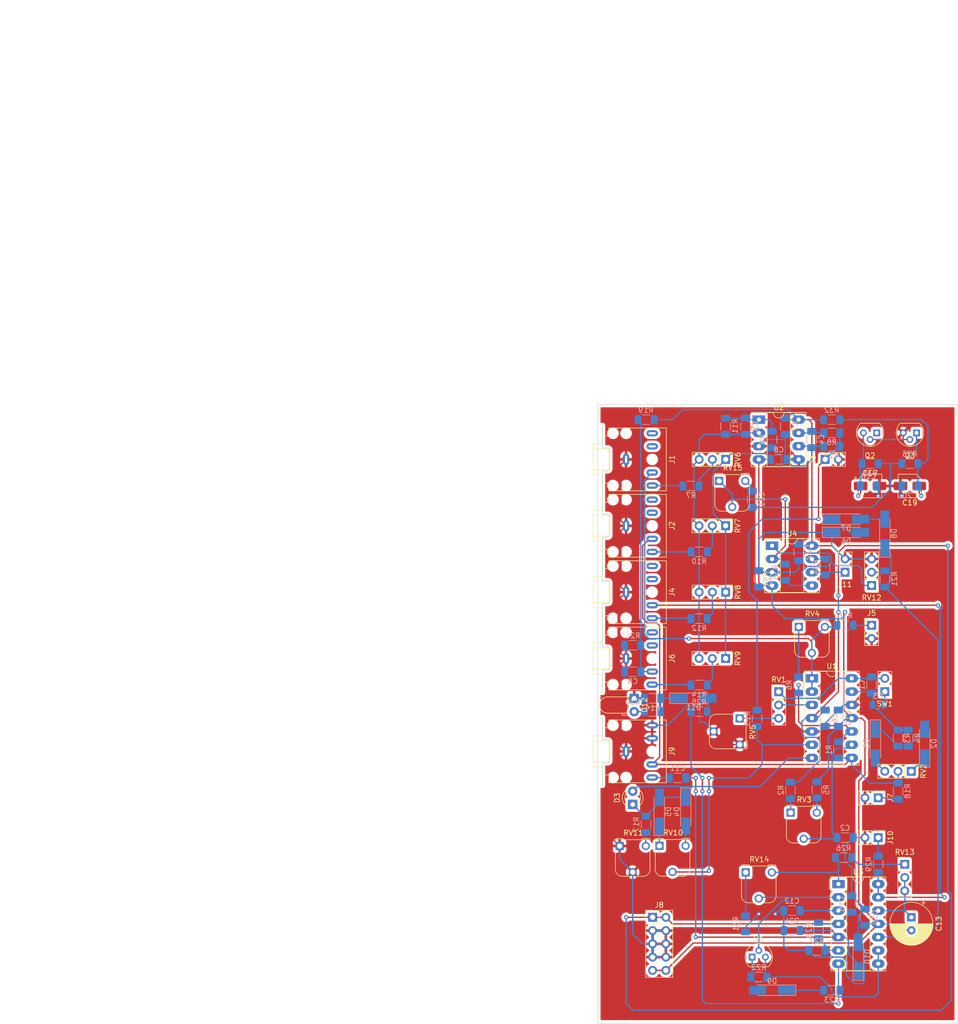
<source format=kicad_pcb>
(kicad_pcb (version 20211014) (generator pcbnew)
  (layers (0 "F.Cu" signal) (31 "B.Cu" signal) (34 "B.Paste" user) (35 "F.Paste" user) (36 "B.SilkS" user "B.Silkscreen") (37 "F.SilkS" user "F.Silkscreen") (38 "B.Mask" user) (39 "F.Mask" user) (44 "Edge.Cuts" user))
  (net 0 "")
  (net 1 "Net-(C1-Pad1)")
  (net 2 "Net-(C1-Pad2)")
  (net 3 "GND")
  (net 4 "Net-(C2-Pad2)")
  (net 5 "Net-(C3-Pad1)")
  (net 6 "Net-(C4-Pad1)")
  (net 7 "Net-(C4-Pad2)")
  (net 8 "Net-(C5-Pad1)")
  (net 9 "Net-(C5-Pad2)")
  (net 10 "+12V")
  (net 11 "-12V")
  (net 12 "/+10v")
  (net 13 "Net-(C11-Pad1)")
  (net 14 "Net-(C11-Pad2)")
  (net 15 "Net-(C12-Pad1)")
  (net 16 "Net-(C13-Pad1)")
  (net 17 "Net-(C14-Pad2)")
  (net 18 "Net-(C17-Pad1)")
  (net 19 "Net-(C19-Pad1)")
  (net 20 "Net-(C21-Pad1)")
  (net 21 "Net-(C21-Pad2)")
  (net 22 "Net-(D1-Pad1)")
  (net 23 "Net-(D1-Pad2)")
  (net 24 "Net-(D2-Pad1)")
  (net 25 "Net-(D2-Pad2)")
  (net 26 "Net-(D3-Pad1)")
  (net 27 "Net-(D3-Pad2)")
  (net 28 "Net-(D4-Pad2)")
  (net 29 "Net-(D5-Pad1)")
  (net 30 "Net-(D7-Pad1)")
  (net 31 "Net-(D7-Pad2)")
  (net 32 "Net-(D8-Pad1)")
  (net 33 "Net-(D9-Pad1)")
  (net 34 "Net-(D9-Pad2)")
  (net 35 "Net-(D11-Pad2)")
  (net 36 "Net-(D12-Pad2)")
  (net 39 "Net-(J1-PadT)")
  (net 40 "/Triangle")
  (net 43 "Net-(J2-PadT)")
  (net 44 "/Pulse")
  (net 45 "/Out")
  (net 48 "Net-(J4-PadT)")
  (net 49 "/Random")
  (net 50 "Net-(J5-Pad1)")
  (net 53 "Net-(J6-PadT)")
  (net 54 "Net-(J7-Pad1)")
  (net 55 "Net-(R29-Pad1)")
  (net 56 "Net-(J11-Pad1)")
  (net 57 "Net-(Q1-Pad3)")
  (net 59 "Net-(Q2-Pad2)")
  (net 60 "Net-(R1-Pad1)")
  (net 61 "Net-(R2-Pad2)")
  (net 62 "Net-(R5-Pad1)")
  (net 63 "Net-(R6-Pad1)")
  (net 64 "Net-(R7-Pad2)")
  (net 65 "Net-(R10-Pad2)")
  (net 66 "Net-(R12-Pad2)")
  (net 67 "Net-(R14-Pad2)")
  (net 68 "Net-(R15-Pad2)")
  (net 69 "Net-(R17-Pad2)")
  (net 70 "Net-(RV12-Pad2)")
  (net 71 "/Gate")
  (net 72 "Net-(R26-Pad1)")
  (net 73 "Net-(R26-Pad2)")
  (net 74 "Net-(R27-Pad1)")
  (net 75 "Net-(R31-Pad1)")
  (net 76 "Net-(R34-Pad1)")
  (net 77 "Net-(R36-Pad1)")
  (net 78 "/Noise")
  (net 79 "Net-(RV1-Pad2)")
  (net 80 "Net-(RV1-Pad3)")
  (net 81 "Net-(U3-Pad2)")
  (footprint "Connector_PinHeader_2.54mm:PinHeader_1x03_P2.54mm_Vertical" (layer "F.Cu") (at 44.45 68.58 -90)
    (fp_text reference "RV9")
    (fp_text value "20k")
  )
  (footprint "LED_THT:LED_D3.0mm" (layer "F.Cu") (at 26.67 96.52 90)
    (fp_text reference "D3")
    (fp_text value "LFO")
  )
  (footprint "Potentiometer_THT:Potentiometer_Runtron_RM-065_Vertical" (layer "F.Cu") (at 56.8975 98.09)
    (fp_text reference "RV3")
    (fp_text value "500")
  )
  (footprint "LED_THT:LED_D3.0mm_Horizontal_O1.27mm_Z2.0mm" (layer "F.Cu") (at 26.955 76.22 -90)
    (fp_text reference "D12")
    (fp_text value "Gate")
  )
  (footprint "Connector_PinHeader_2.54mm:PinHeader_1x02_P2.54mm_Vertical" (layer "F.Cu") (at 74.93 74.93 180)
    (fp_text reference "SW1")
    (fp_text value "Slow/Fast")
  )
  (footprint "Package_DIP:DIP-8_W7.62mm_Socket_LongPads" (layer "F.Cu") (at 53.35 47)
    (fp_text reference "U4")
    (fp_text value "TL082")
  )
  (footprint "Package_DIP:DIP-14_W7.62mm_Socket_LongPads" (layer "F.Cu") (at 60.97 72.385)
    (fp_text reference "U1")
    (fp_text value "TL084")
  )
  (footprint "Package_DIP:DIP-14_W7.62mm_Socket_LongPads" (layer "F.Cu") (at 66.05 111.755)
    (fp_text reference "U3")
    (fp_text value "TL084")
  )
  (footprint "Connector_PinHeader_2.54mm:PinHeader_1x02_P2.54mm_Vertical" (layer "F.Cu") (at 73.66 95.25 -90)
    (fp_text reference "J7")
    (fp_text value "Pulse Out")
  )
  (footprint "Connector_PinHeader_2.54mm:PinHeader_1x02_P2.54mm_Vertical" (layer "F.Cu") (at 73.66 102.87 -90)
    (fp_text reference "J10")
    (fp_text value "Rnd Out")
  )
  (footprint "Potentiometer_THT:Potentiometer_Runtron_RM-065_Vertical" (layer "F.Cu") (at 31.79 104.44)
    (fp_text reference "RV10")
    (fp_text value "100k")
  )
  (footprint "Capacitor_SMD:CP_Elec_4x5.4" (layer "F.Cu") (at 72.0975 35.56)
    (fp_text reference "C17")
    (fp_text value "10,0")
  )
  (footprint "Connector_PinHeader_2.54mm:PinHeader_1x02_P2.54mm_Vertical" (layer "F.Cu") (at 63.5 30.48 90)
    (fp_text reference "J3")
    (fp_text value "Out")
  )
  (footprint "Connector_PinHeader_2.54mm:PinHeader_1x03_P2.54mm_Vertical" (layer "F.Cu") (at 44.465 55.88 -90)
    (fp_text reference "RV8")
    (fp_text value "20k")
  )
  (footprint "Capacitor_THT:CP_Radial_D8.0mm_P2.50mm" (layer "F.Cu") (at 80.01 118.11 -90)
    (fp_text reference "C13")
    (fp_text value "22,0 x 35v")
  )
  (footprint "Connector_PinHeader_2.54mm:PinHeader_1x03_P2.54mm_Vertical" (layer "F.Cu") (at 44.45 43.18 -90)
    (fp_text reference "RV7")
    (fp_text value "20k")
  )
  (footprint "Potentiometer_THT:Potentiometer_Runtron_RM-065_Vertical" (layer "F.Cu") (at 58.46 62.53)
    (fp_text reference "RV4")
    (fp_text value "5k")
  )
  (footprint "Connector_PinHeader_2.54mm:PinHeader_1x03_P2.54mm_Vertical" (layer "F.Cu") (at 79.995 90.17 -90)
    (fp_text reference "RV2")
    (fp_text value "100k")
  )
  (footprint "Connector_PinHeader_2.54mm:PinHeader_1x03_P2.54mm_Vertical" (layer "F.Cu") (at 72.39 54.61 180)
    (fp_text reference "RV12")
    (fp_text value "100k")
  )
  (footprint "Potentiometer_THT:Potentiometer_Runtron_RM-065_Vertical" (layer "F.Cu") (at 47.15 80.05 -90)
    (fp_text reference "RV5")
    (fp_text value "10k")
  )
  (footprint "Potentiometer_THT:Potentiometer_Runtron_RM-065_Vertical" (layer "F.Cu") (at 24.17 104.47)
    (fp_text reference "RV11")
    (fp_text value "10k")
  )
  (footprint "Package_TO_SOT_THT:TO-92" (layer "F.Cu") (at 73.3675 25.4 180)
    (fp_text reference "Q2")
    (fp_text value "BC547")
  )
  (footprint "Connector_Audio:Jack_3.5mm_CUI_SJ1-3525N_Horizontal" (layer "F.Cu") (at 25.4 55.88 -90)
    (fp_text reference "J4")
    (fp_text value "In 3")
    (fp_line (start -2.2 3.5) (end -2.2 4.5) (layer "Edge.Cuts") (width 0.12))
    (fp_line (start 2.2 3.5) (end 2.2 4.5) (layer "Edge.Cuts") (width 0.12))
    (fp_line (start -2.2 4.5) (end -6.5 4.5) (layer "Edge.Cuts") (width 0.12))
    (fp_line (start 1.8 3.1) (end -1.8 3.1) (layer "Edge.Cuts") (width 0.12))
    (fp_line (start 2.2 4.5) (end 6.5 4.5) (layer "Edge.Cuts") (width 0.12))
    (fp_arc (start 1.8 3.1) (mid 2.082843 3.217157) (end 2.2 3.5) (layer "Edge.Cuts") (width 0.12))
    (fp_arc (start -2.2 3.5) (mid -2.082842 3.217158) (end -1.8 3.1) (layer "Edge.Cuts") (width 0.12))
  )
  (footprint "Potentiometer_THT:Potentiometer_Runtron_RM-065_Vertical" (layer "F.Cu") (at 48.3 109.52)
    (fp_text reference "RV14")
    (fp_text value "10k")
  )
  (footprint "Connector_Audio:Jack_3.5mm_CUI_SJ1-3525N_Horizontal" (layer "F.Cu") (at 25.4 30.48 -90)
    (fp_text reference "J1")
    (fp_text value "In 1")
    (fp_line (start 2.2 3.5) (end 2.2 4.5) (layer "Edge.Cuts") (width 0.12))
    (fp_line (start -2.2 3.5) (end -2.2 4.5) (layer "Edge.Cuts") (width 0.12))
    (fp_line (start 2.2 4.5) (end 6.5 4.5) (layer "Edge.Cuts") (width 0.12))
    (fp_line (start -2.2 4.5) (end -6.5 4.5) (layer "Edge.Cuts") (width 0.12))
    (fp_line (start 1.8 3.1) (end -1.8 3.1) (layer "Edge.Cuts") (width 0.12))
    (fp_arc (start 1.8 3.1) (mid 2.082843 3.217157) (end 2.2 3.5) (layer "Edge.Cuts") (width 0.12))
    (fp_arc (start -2.2 3.5) (mid -2.082842 3.217158) (end -1.8 3.1) (layer "Edge.Cuts") (width 0.12))
  )
  (footprint "Connector_PinHeader_2.54mm:PinHeader_1x03_P2.54mm_Vertical" (layer "F.Cu") (at 54.61 74.945)
    (fp_text reference "RV1")
    (fp_text value "100k")
  )
  (footprint "Connector_Audio:Jack_3.5mm_CUI_SJ1-3525N_Horizontal" (layer "F.Cu") (at 25.4 43.18 -90)
    (fp_text reference "J2")
    (fp_text value "In 2")
    (fp_line (start 2.2 3.5) (end 2.2 4.5) (layer "Edge.Cuts") (width 0.12))
    (fp_line (start 2.2 4.5) (end 6.5 4.5) (layer "Edge.Cuts") (width 0.12))
    (fp_line (start 1.8 3.1) (end -1.8 3.1) (layer "Edge.Cuts") (width 0.12))
    (fp_line (start -2.2 4.5) (end -6.5 4.5) (layer "Edge.Cuts") (width 0.12))
    (fp_line (start -2.2 3.5) (end -2.2 4.5) (layer "Edge.Cuts") (width 0.12))
    (fp_arc (start -2.2 3.5) (mid -2.082842 3.217158) (end -1.8 3.1) (layer "Edge.Cuts") (width 0.12))
    (fp_arc (start 1.8 3.1) (mid 2.082843 3.217157) (end 2.2 3.5) (layer "Edge.Cuts") (width 0.12))
  )
  (footprint "Connector_PinHeader_2.54mm:PinHeader_1x02_P2.54mm_Vertical" (layer "F.Cu") (at 67.31 52.07 180)
    (fp_text reference "J11")
    (fp_text value "Noise Out")
  )
  (footprint "Package_TO_SOT_THT:TO-92" (layer "F.Cu") (at 80.9875 25.4 180)
    (fp_text reference "Q3")
    (fp_text value "BC547")
  )
  (footprint "Connector_PinHeader_2.54mm:PinHeader_1x02_P2.54mm_Vertical" (layer "F.Cu") (at 72.39 62.23)
    (fp_text reference "J5")
    (fp_text value "Tri Out")
  )
  (footprint "Connector_PinHeader_2.54mm:PinHeader_1x03_P2.54mm_Vertical" (layer "F.Cu") (at 78.74 107.965)
    (fp_text reference "RV13")
    (fp_text value "50k")
  )
  (footprint "Capacitor_SMD:CP_Elec_4x5.4" (layer "F.Cu") (at 79.7175 35.56 180)
    (fp_text reference "C19")
    (fp_text value "10,0")
  )
  (footprint "Potentiometer_THT:Potentiometer_Runtron_RM-065_Vertical" (layer "F.Cu") (at 43.22 34.59)
    (fp_text reference "RV15")
    (fp_text value "100k")
  )
  (footprint "Package_TO_SOT_THT:TO-92" (layer "F.Cu") (at 49.53 125.73)
    (fp_text reference "Q1")
    (fp_text value "BF256B")
  )
  (footprint "Connector_Audio:Jack_3.5mm_CUI_SJ1-3525N_Horizontal" (layer "F.Cu") (at 25.4 86.36 -90)
    (fp_text reference "J9")
    (fp_text value "Gate")
    (fp_line (start -2.2 3.5) (end -2.2 4.5) (layer "Edge.Cuts") (width 0.12))
    (fp_line (start 2.2 4.5) (end 6.5 4.5) (layer "Edge.Cuts") (width 0.12))
    (fp_line (start 1.8 3.1) (end -1.8 3.1) (layer "Edge.Cuts") (width 0.12))
    (fp_line (start -2.2 4.5) (end -6.5 4.5) (layer "Edge.Cuts") (width 0.12))
    (fp_line (start 2.2 3.5) (end 2.2 4.5) (layer "Edge.Cuts") (width 0.12))
    (fp_arc (start 1.8 3.1) (mid 2.082843 3.217157) (end 2.2 3.5) (layer "Edge.Cuts") (width 0.12))
    (fp_arc (start -2.2 3.5) (mid -2.082842 3.217158) (end -1.8 3.1) (layer "Edge.Cuts") (width 0.12))
  )
  (footprint "Connector_Audio:Jack_3.5mm_CUI_SJ1-3525N_Horizontal" (layer "F.Cu") (at 25.4 68.58 -90)
    (fp_text reference "J6")
    (fp_text value "In 4")
    (fp_line (start -2.2 4.5) (end -6.5 4.5) (layer "Edge.Cuts") (width 0.12))
    (fp_line (start 2.2 4.5) (end 6.5 4.5) (layer "Edge.Cuts") (width 0.12))
    (fp_line (start 2.2 3.5) (end 2.2 4.5) (layer "Edge.Cuts") (width 0.12))
    (fp_line (start 1.8 3.1) (end -1.8 3.1) (layer "Edge.Cuts") (width 0.12))
    (fp_line (start -2.2 3.5) (end -2.2 4.5) (layer "Edge.Cuts") (width 0.12))
    (fp_arc (start 1.8 3.1) (mid 2.082843 3.217157) (end 2.2 3.5) (layer "Edge.Cuts") (width 0.12))
    (fp_arc (start -2.2 3.5) (mid -2.082842 3.217158) (end -1.8 3.1) (layer "Edge.Cuts") (width 0.12))
  )
  (footprint "Connector_PinHeader_2.54mm:PinHeader_1x03_P2.54mm_Vertical" (layer "F.Cu") (at 44.465 30.48 -90)
    (fp_text reference "RV6")
    (fp_text value "20k")
  )
  (footprint "Connector_PinHeader_2.54mm:PinHeader_2x05_P2.54mm_Vertical" (layer "F.Cu") (at 30.475 118.115)
    (fp_text reference "J8")
    (fp_text value "Power")
  )
  (footprint "Package_DIP:DIP-8_W7.62mm_Socket_LongPads" (layer "F.Cu") (at 50.81 22.87)
    (fp_text reference "U2")
    (fp_text value "TL072")
  )
  (footprint "Capacitor_SMD:C_0805_2012Metric_Pad1.18x1.45mm_HandSolder" (layer "B.Cu") (at 73.66 77.47 180)
    (fp_text reference "C3")
    (fp_text value "10,0")
  )
  (footprint "Resistor_SMD:R_1206_3216Metric_Pad1.30x1.75mm_HandSolder" (layer "B.Cu") (at 73.66 107.95 -90)
    (fp_text reference "R29")
    (fp_text value "1k")
  )
  (footprint "Resistor_SMD:R_1206_3216Metric_Pad1.30x1.75mm_HandSolder" (layer "B.Cu") (at 61.95 124.46 180)
    (fp_text reference "R27")
    (fp_text value "22k")
  )
  (footprint "Diode_SMD:D_MiniMELF_Handsoldering" (layer "B.Cu") (at 36.83 97.89 -90)
    (fp_text reference "D4")
    (fp_text value "D")
  )
  (footprint "Resistor_SMD:R_1206_3216Metric_Pad1.30x1.75mm_HandSolder" (layer "B.Cu") (at 39.385 73.66)
    (fp_text reference "R14")
    (fp_text value "100k")
  )
  (footprint "Resistor_SMD:R_1206_3216Metric_Pad1.30x1.75mm_HandSolder" (layer "B.Cu") (at 53.34 26.67 -90)
    (fp_text reference "R9")
    (fp_text value "100k")
  )
  (footprint "Capacitor_SMD:C_1206_3216Metric_Pad1.33x1.80mm_HandSolder" (layer "B.Cu") (at 35.2675 91.44 180)
    (fp_text reference "C11")
    (fp_text value "1n")
  )
  (footprint "Capacitor_SMD:C_1206_3216Metric_Pad1.33x1.80mm_HandSolder" (layer "B.Cu") (at 71.805 35.56 180)
    (fp_text reference "C18")
    (fp_text value "0,1")
  )
  (footprint "Resistor_SMD:R_1206_3216Metric_Pad1.30x1.75mm_HandSolder" (layer "B.Cu") (at 29.21 100.33 -90)
    (fp_text reference "R17")
    (fp_text value "1k")
  )
  (footprint "Capacitor_SMD:C_1206_3216Metric_Pad1.33x1.80mm_HandSolder" (layer "B.Cu") (at 54.61 30.48 180)
    (fp_text reference "C8")
    (fp_text value "0,1")
  )
  (footprint "Resistor_SMD:R_1206_3216Metric_Pad1.30x1.75mm_HandSolder" (layer "B.Cu") (at 30.48 78.74 180)
    (fp_text reference "R30")
    (fp_text value "5,1k")
  )
  (footprint "Resistor_SMD:R_1206_3216Metric_Pad1.30x1.75mm_HandSolder" (layer "B.Cu") (at 61.9375 93.7 90)
    (fp_text reference "R5")
    (fp_text value "10k")
  )
  (footprint "Capacitor_SMD:C_1206_3216Metric_Pad1.33x1.80mm_HandSolder" (layer "B.Cu") (at 55.88 24.13 90)
    (fp_text reference "C7")
    (fp_text value "0,1")
  )
  (footprint "Diode_SMD:D_MiniMELF_Handsoldering" (layer "B.Cu") (at 74.93 44.66 90)
    (fp_text reference "D8")
    (fp_text value "LL4148")
  )
  (footprint "Diode_SMD:D_MiniMELF_Handsoldering" (layer "B.Cu") (at 73.12 84.88 -90)
    (fp_text reference "D1")
    (fp_text value "D")
  )
  (footprint "Capacitor_SMD:C_1206_3216Metric_Pad1.33x1.80mm_HandSolder" (layer "B.Cu") (at 49.53 38.1 90)
    (fp_text reference "C21")
    (fp_text value "1,0")
  )
  (footprint "Resistor_SMD:R_1206_3216Metric_Pad1.30x1.75mm_HandSolder" (layer "B.Cu") (at 72.0975 31.28)
    (fp_text reference "R35")
    (fp_text value "47k")
  )
  (footprint "Resistor_SMD:R_1206_3216Metric_Pad1.30x1.75mm_HandSolder" (layer "B.Cu") (at 64.77 25.4)
    (fp_text reference "R8")
    (fp_text value "1k")
  )
  (footprint "Resistor_SMD:R_1206_3216Metric_Pad1.30x1.75mm_HandSolder" (layer "B.Cu") (at 39.385 60.96)
    (fp_text reference "R12")
    (fp_text value "100k")
  )
  (footprint "Capacitor_SMD:C_1206_3216Metric_Pad1.33x1.80mm_HandSolder" (layer "B.Cu") (at 71.12 118.11 90)
    (fp_text reference "C16")
    (fp_text value "0,1")
  )
  (footprint "Diode_SMD:D_MiniMELF_Handsoldering" (layer "B.Cu") (at 82.55 84.88 90)
    (fp_text reference "D2")
    (fp_text value "D")
  )
  (footprint "Resistor_SMD:R_1206_3216Metric_Pad1.30x1.75mm_HandSolder" (layer "B.Cu") (at 57.15 120.65 180)
    (fp_text reference "R24")
    (fp_text value "100k")
  )
  (footprint "Capacitor_SMD:C_1206_3216Metric_Pad1.33x1.80mm_HandSolder" (layer "B.Cu") (at 30.48 76.2)
    (fp_text reference "C14")
    (fp_text value "1,0")
  )
  (footprint "Resistor_SMD:R_1206_3216Metric_Pad1.30x1.75mm_HandSolder" (layer "B.Cu") (at 64.77 22.86 180)
    (fp_text reference "R32")
    (fp_text value "2,7k")
  )
  (footprint "Diode_SMD:D_MiniMELF_Handsoldering" (layer "B.Cu") (at 53.34 132.08 180)
    (fp_text reference "D9")
    (fp_text value "LL4148")
  )
  (footprint "Resistor_SMD:R_1206_3216Metric_Pad1.30x1.75mm_HandSolder" (layer "B.Cu") (at 77.47 93.98 90)
    (fp_text reference "R18")
    (fp_text value "1k")
  )
  (footprint "Resistor_SMD:R_1206_3216Metric_Pad1.30x1.75mm_HandSolder" (layer "B.Cu") (at 26.67 66.04 180)
    (fp_text reference "R20")
    (fp_text value "10k")
  )
  (footprint "Resistor_SMD:R_1206_3216Metric_Pad1.30x1.75mm_HandSolder" (layer "B.Cu") (at 37.82 35.56)
    (fp_text reference "R7")
    (fp_text value "100k")
  )
  (footprint "Diode_SMD:D_MiniMELF_Handsoldering" (layer "B.Cu") (at 69.85 125.63 90)
    (fp_text reference "D10")
    (fp_text value "LL4148")
  )
  (footprint "Resistor_SMD:R_1206_3216Metric_Pad1.30x1.75mm_HandSolder" (layer "B.Cu") (at 63.5 51.08 -90)
    (fp_text reference "R34")
    (fp_text value "1k")
  )
  (footprint "Resistor_SMD:R_1206_3216Metric_Pad1.30x1.75mm_HandSolder" (layer "B.Cu") (at 64.77 132.08)
    (fp_text reference "R23")
    (fp_text value "10k")
  )
  (footprint "Capacitor_SMD:C_1206_3216Metric_Pad1.33x1.80mm_HandSolder" (layer "B.Cu") (at 79.7175 35.56)
    (fp_text reference "C20")
    (fp_text value "0,1")
  )
  (footprint "Resistor_SMD:R_1206_3216Metric_Pad1.30x1.75mm_HandSolder" (layer "B.Cu") (at 77.47 83.82 90)
    (fp_text reference "R3")
    (fp_text value "1k")
  )
  (footprint "Resistor_SMD:R_1206_3216Metric_Pad1.30x1.75mm_HandSolder" (layer "B.Cu") (at 66.04 86.08 -90)
    (fp_text reference "R1")
    (fp_text value "120k")
  )
  (footprint "Capacitor_SMD:C_1206_3216Metric_Pad1.33x1.80mm_HandSolder" (layer "B.Cu") (at 57.15 116.84 180)
    (fp_text reference "C12")
    (fp_text value "1,0")
  )
  (footprint "Resistor_SMD:R_1206_3216Metric_Pad1.30x1.75mm_HandSolder" (layer "B.Cu") (at 67.31 62.23 180)
    (fp_text reference "R16")
    (fp_text value "1k")
  )
  (footprint "Resistor_SMD:R_1206_3216Metric_Pad1.30x1.75mm_HandSolder" (layer "B.Cu") (at 44.45 24.13 90)
    (fp_text reference "R11")
    (fp_text value "100k")
  )
  (footprint "Resistor_SMD:R_1206_3216Metric_Pad1.30x1.75mm_HandSolder" (layer "B.Cu") (at 50.8 129.54 180)
    (fp_text reference "R22")
    (fp_text value "1m")
  )
  (footprint "Capacitor_SMD:C_1206_3216Metric_Pad1.33x1.80mm_HandSolder" (layer "B.Cu") (at 50.8 53.34 90)
    (fp_text reference "C23")
    (fp_text value "0,1")
  )
  (footprint "Diode_SMD:D_MiniMELF_Handsoldering" (layer "B.Cu") (at 67.52 41.91)
    (fp_text reference "D7")
    (fp_text value "5v6")
  )
  (footprint "Capacitor_SMD:C_1206_3216Metric_Pad1.33x1.80mm_HandSolder" (layer "B.Cu") (at 48.26 24.13 90)
    (fp_text reference "C5")
    (fp_text value "47")
  )
  (footprint "Resistor_SMD:R_1206_3216Metric_Pad1.30x1.75mm_HandSolder" (layer "B.Cu") (at 56.8575 93.8 -90)
    (fp_text reference "R2")
    (fp_text value "10k")
  )
  (footprint "Diode_SMD:D_MiniMELF_Handsoldering" (layer "B.Cu") (at 31.75 97.89 90)
    (fp_text reference "D5")
    (fp_text value "D")
  )
  (footprint "Resistor_SMD:R_1206_3216Metric_Pad1.30x1.75mm_HandSolder" (layer "B.Cu") (at 29.21 22.86 180)
    (fp_text reference "R19")
    (fp_text value "2k")
  )
  (footprint "Resistor_SMD:R_1206_3216Metric_Pad1.30x1.75mm_HandSolder" (layer "B.Cu") (at 79.7175 31.28 180)
    (fp_text reference "R33")
    (fp_text value "4,7k")
  )
  (footprint "Diode_SMD:D_MiniMELF_Handsoldering" (layer "B.Cu") (at 67.52 44.45)
    (fp_text reference "D6")
    (fp_text value "5v6")
  )
  (footprint "Resistor_SMD:R_1206_3216Metric_Pad1.30x1.75mm_HandSolder" (layer "B.Cu") (at 67.03 106.695 180)
    (fp_text reference "R26")
    (fp_text value "100")
  )
  (footprint "Capacitor_SMD:C_1206_3216Metric_Pad1.33x1.80mm_HandSolder" (layer "B.Cu") (at 60.96 26.67 90)
    (fp_text reference "C4")
    (fp_text value "47")
  )
  (footprint "Capacitor_SMD:C_1206_3216Metric_Pad1.33x1.80mm_HandSolder" (layer "B.Cu") (at 66.04 80.01 90)
    (fp_text reference "C10")
    (fp_text value "0,1")
  )
  (footprint "Capacitor_SMD:C_1206_3216Metric_Pad1.33x1.80mm_HandSolder" (layer "B.Cu") (at 67.31 102.87 180)
    (fp_text reference "C2")
    (fp_text value "0,1")
  )
  (footprint "Resistor_SMD:R_1206_3216Metric_Pad1.30x1.75mm_HandSolder" (layer "B.Cu") (at 64.77 27.94)
    (fp_text reference "R13")
    (fp_text value "100k")
  )
  (footprint "Resistor_SMD:R_1206_3216Metric_Pad1.30x1.75mm_HandSolder" (layer "B.Cu") (at 79.4 83.82 90)
    (fp_text reference "R4")
    (fp_text value "1k")
  )
  (footprint "Capacitor_SMD:C_1206_3216Metric_Pad1.33x1.80mm_HandSolder" (layer "B.Cu") (at 26.67 71.12)
    (fp_text reference "C9")
    (fp_text value "0,1")
  )
  (footprint "Resistor_SMD:R_1206_3216Metric_Pad1.30x1.75mm_HandSolder" (layer "B.Cu") (at 55.88 52.07 -90)
    (fp_text reference "R36")
    (fp_text value "1m")
  )
  (footprint "Resistor_SMD:R_1206_3216Metric_Pad1.30x1.75mm_HandSolder" (layer "B.Cu") (at 50.47 80.05 -90)
    (fp_text reference "R15")
    (fp_text value "100k")
  )
  (footprint "Capacitor_SMD:C_1206_3216Metric_Pad1.33x1.80mm_HandSolder" (layer "B.Cu") (at 63.5 80.01 90)
    (fp_text reference "C6")
    (fp_text value "0,1")
  )
  (footprint "Capacitor_SMD:C_1206_3216Metric_Pad1.33x1.80mm_HandSolder" (layer "B.Cu") (at 72.39 73.66 -90)
    (fp_text reference "C1")
    (fp_text value "1,0")
  )
  (footprint "Diode_SMD:D_MiniMELF_Handsoldering" (layer "B.Cu") (at 38.31 76.2)
    (fp_text reference "D11")
    (fp_text value "LL4148")
  )
  (footprint "Resistor_SMD:R_1206_3216Metric_Pad1.30x1.75mm_HandSolder" (layer "B.Cu") (at 62.23 120.65 -90)
    (fp_text reference "R28")
    (fp_text value "100k")
  )
  (footprint "Resistor_SMD:R_1206_3216Metric_Pad1.30x1.75mm_HandSolder" (layer "B.Cu") (at 39.385 48.16)
    (fp_text reference "R10")
    (fp_text value "100k")
  )
  (footprint "Resistor_SMD:R_1206_3216Metric_Pad1.30x1.75mm_HandSolder" (layer "B.Cu") (at 74.93 53.34 90)
    (fp_text reference "R21")
    (fp_text value "100k")
  )
  (footprint "Resistor_SMD:R_1206_3216Metric_Pad1.30x1.75mm_HandSolder" (layer "B.Cu") (at 39.37 78.74 180)
    (fp_text reference "R25")
    (fp_text value "1k")
  )
  (footprint "Resistor_SMD:R_1206_3216Metric_Pad1.30x1.75mm_HandSolder" (layer "B.Cu") (at 58.42 73.66 -90)
    (fp_text reference "R6")
    (fp_text value "1k")
  )
  (footprint "Resistor_SMD:R_1206_3216Metric_Pad1.30x1.75mm_HandSolder" (layer "B.Cu") (at 48.26 119.38 -90)
    (fp_text reference "R31")
    (fp_text value "1k")
  )
  (footprint "Capacitor_SMD:C_1206_3216Metric_Pad1.33x1.80mm_HandSolder" (layer "B.Cu") (at 68.58 115.57 -90)
    (fp_text reference "C15")
    (fp_text value "0,1")
  )
  (footprint "Capacitor_SMD:C_1206_3216Metric_Pad1.33x1.80mm_HandSolder" (layer "B.Cu") (at 58.42 48.26 90)
    (fp_text reference "C22")
    (fp_text value "0,1")
  )
  (gr_rect (start 20 20) (end 88.9 138.5) (layer "Edge.Cuts") (width 0.1) (fill none))
  (segment (start 62.23 76.2) (end 55.865 76.2) (width 0.25) (layer "B.Cu") (net 1))
  (segment (start 68.59 72.385) (end 72.1025 72.385) (width 0.25) (layer "B.Cu") (net 1))
  (segment (start 68.59 72.385) (end 66.045 72.385) (width 0.25) (layer "B.Cu") (net 1))
  (segment (start 72.1025 72.385) (end 72.39 72.0975) (width 0.25) (layer "B.Cu") (net 1))
  (segment (start 66.045 72.385) (end 62.23 76.2) (width 0.25) (layer "B.Cu") (net 1))
  (segment (start 72.6825 72.39) (end 74.93 72.39) (width 0.25) (layer "B.Cu") (net 1))
  (segment (start 72.39 72.0975) (end 72.6825 72.39) (width 0.25) (layer "B.Cu") (net 1))
  (segment (start 55.865 76.2) (end 54.61 74.945) (width 0.25) (layer "B.Cu") (net 1))
  (segment (start 72.6225 77.47) (end 72.6225 75.455) (width 0.25) (layer "B.Cu") (net 2))
  (segment (start 68.59 74.925) (end 72.0925 74.925) (width 0.25) (layer "B.Cu") (net 2))
  (segment (start 72.6225 75.455) (end 72.39 75.2225) (width 0.25) (layer "B.Cu") (net 2))
  (segment (start 79.4 82.27) (end 77.47 82.27) (width 0.25) (layer "B.Cu") (net 2))
  (segment (start 72.6225 77.47) (end 77.4225 82.27) (width 0.25) (layer "B.Cu") (net 2))
  (segment (start 77.4225 82.27) (end 77.47 82.27) (width 0.25) (layer "B.Cu") (net 2))
  (segment (start 72.0925 74.925) (end 72.39 75.2225) (width 0.25) (layer "B.Cu") (net 2))
  (segment (start 53.975 117.475) (end 50.8 117.475) (width 0.25) (layer "F.Cu") (net 3))
  (segment (start 85.815 57.875) (end 77.47 49.53) (width 0.25) (layer "F.Cu") (net 3))
  (segment (start 73.025 30.48) (end 73.8975 31.3525) (width 0.25) (layer "F.Cu") (net 3))
  (segment (start 77.9175 35.56) (end 77.9175 37.2775) (width 0.25) (layer "F.Cu") (net 3))
  (segment (start 68.59 77.465) (end 72.39 73.665) (width 0.25) (layer "F.Cu") (net 3))
  (segment (start 56.515 28.575) (end 56.515 22.225) (width 0.25) (layer "F.Cu") (net 3))
  (segment (start 25.4 86.36) (end 21.924999 89.835001) (width 0.25) (layer "F.Cu") (net 3))
  (segment (start 57.15 21.59) (end 65.405 21.59) (width 0.25) (layer "F.Cu") (net 3))
  (segment (start 72.39 73.665) (end 72.39 64.77) (width 0.25) (layer "F.Cu") (net 3))
  (segment (start 71.12 102.87) (end 71.12 95.25) (width 0.25) (layer "F.Cu") (net 3))
  (segment (start 85.815 58.720305) (end 85.815 57.875) (width 0.25) (layer "F.Cu") (net 3))
  (segment (start 24.424999 42.204999) (end 25.4 43.18) (width 0.25) (layer "F.Cu") (net 3))
  (segment (start 25.4 68.58) (end 24.424999 69.555001) (width 0.25) (layer "F.Cu") (net 3))
  (segment (start 24.424999 31.455001) (end 24.424999 42.204999) (width 0.25) (layer "F.Cu") (net 3))
  (segment (start 73.8975 31.3525) (end 78.4475 26.8025) (width 0.25) (layer "F.Cu") (net 3))
  (segment (start 25.4 55.88) (end 23.875001 57.404999) (width 0.25) (layer "F.Cu") (net 3))
  (segment (start 79.765305 64.77) (end 85.815 58.720305) (width 0.25) (layer "F.Cu") (net 3))
  (segment (start 73.8975 35.56) (end 77.9175 35.56) (width 0.25) (layer "F.Cu") (net 3))
  (segment (start 58.43 30.49) (end 56.515 28.575) (width 0.25) (layer "F.Cu") (net 3))
  (segment (start 25.42 76.22) (end 26.955 76.22) (width 0.25) (layer "F.Cu") (net 3))
  (segment (start 25.4 30.48) (end 24.424999 31.455001) (width 0.25) (layer "F.Cu") (net 3))
  (segment (start 27.9 83.86) (end 25.4 86.36) (width 0.25) (layer "F.Cu") (net 3))
  (segment (start 49.655 82.545) (end 47.15 85.05) (width 0.25) (layer "F.Cu") (net 3))
  (segment (start 44.65 85.05) (end 47.15 85.05) (width 0.25) (layer "F.Cu") (net 3))
  (segment (start 24.424999 54.904999) (end 25.4 55.88) (width 0.25) (layer "F.Cu") (net 3))
  (segment (start 73.8975 35.56) (end 73.8975 37.2275) (width 0.25) (layer "F.Cu") (net 3))
  (segment (start 66.04 30.48) (end 73.025 30.48) (width 0.25) (layer "F.Cu") (net 3))
  (segment (start 78.4475 26.8025) (end 78.4475 25.4) (width 0.25) (layer "F.Cu") (net 3))
  (segment (start 58.43 51.425) (end 57.775 52.08) (width 0.25) (layer "F.Cu") (net 3))
  (segment (start 24.424999 85.384999) (end 24.424999 77.175001) (width 0.25) (layer "F.Cu") (net 3))
  (segment (start 72.39 49.53) (end 77.47 49.53) (width 0.25) (layer "F.Cu") (net 3))
  (segment (start 24.424999 75.224999) (end 25.42 76.22) (width 0.25) (layer "F.Cu") (net 3))
  (segment (start 58.43 30.49) (end 58.43 51.425) (width 0.25) (layer "F.Cu") (net 3))
  (segment (start 24.424999 44.155001) (end 24.424999 54.904999) (width 0.25) (layer "F.Cu") (net 3))
  (segment (start 56.515 22.225) (end 57.15 21.59) (width 0.25) (layer "F.Cu") (net 3))
  (segment (start 72.39 64.77) (end 79.765305 64.77) (width 0.25) (layer "F.Cu") (net 3))
  (segment (start 57.775 52.08) (end 53.35 52.08) (width 0.25) (layer "F.Cu") (net 3))
  (segment (start 21.924999 89.835001) (end 21.924999 102.224999) (width 0.25) (layer "F.Cu") (net 3))
  (segment (start 25.38 76.22) (end 26.955 76.22) (width 0.25) (layer "F.Cu") (net 3))
  (segment (start 25.4 43.18) (end 24.424999 44.155001) (width 0.25) (layer "F.Cu") (net 3))
  (segment (start 21.924999 102.224999) (end 24.17 104.47) (width 0.25) (layer "F.Cu") (net 3))
  (segment (start 24.424999 77.175001) (end 25.38 76.22) (width 0.25) (layer "F.Cu") (net 3))
  (segment (start 23.875001 67.055001) (end 25.4 68.58) (width 0.25) (layer "F.Cu") (net 3))
  (segment (start 23.875001 57.404999) (end 23.875001 67.055001) (width 0.25) (layer "F.Cu") (net 3))
  (segment (start 77.9175 37.2775) (end 78.105 37.465) (width 0.25) (layer "F.Cu") (net 3))
  (segment (start 66.04 22.225) (end 66.04 30.48) (width 0.25) (layer "F.Cu") (net 3))
  (segment (start 24.424999 69.555001) (end 24.424999 75.224999) (width 0.25) (layer "F.Cu") (net 3))
  (segment (start 65.405 21.59) (end 66.04 22.225) (width 0.25) (layer "F.Cu") (net 3))
  (segment (start 30.4 81.36) (end 30.4 83.86) (width 0.25) (layer "F.Cu") (net 3))
  (segment (start 73.8975 37.2275) (end 73.66 37.465) (width 0.25) (layer "F.Cu") (net 3))
  (segment (start 25.4 86.36) (end 24.424999 85.384999) (width 0.25) (layer "F.Cu") (net 3))
  (segment (start 60.97 82.545) (end 49.655 82.545) (width 0.25) (layer "F.Cu") (net 3))
  (segment (start 30.4 83.86) (end 27.9 83.86) (width 0.25) (layer "F.Cu") (net 3))
  (segment (start 73.8975 31.3525) (end 73.8975 35.56) (width 0.25) (layer "F.Cu") (net 3))
  (segment (start 42.15 82.55) (end 44.65 85.05) (width 0.25) (layer "F.Cu") (net 3))
  (via (at 53.975 117.475) (size 0.8) (drill 0.4) (layers "F.Cu" "B.Cu") (net 3))
  (via (at 78.105 37.465) (size 0.8) (drill 0.4) (layers "F.Cu" "B.Cu") (net 3))
  (via (at 73.66 37.465) (size 0.8) (drill 0.4) (layers "F.Cu" "B.Cu") (net 3))
  (via (at 50.8 117.475) (size 0.8) (drill 0.4) (layers "F.Cu" "B.Cu") (net 3))
  (segment (start 64.77 44.45) (end 52.07 44.45) (width 0.25) (layer "B.Cu") (net 3))
  (segment (start 56.515 124.46) (end 60.4 124.46) (width 0.25) (layer "B.Cu") (net 3))
  (segment (start 55.88 25.6925) (end 55.88 26.67) (width 0.25) (layer "B.Cu") (net 3))
  (segment (start 25.4 66.32) (end 25.4 68.58) (width 0.25) (layer "B.Cu") (net 3))
  (segment (start 33.015 120.655) (end 30.475 120.655) (width 0.25) (layer "B.Cu") (net 3))
  (segment (start 48.26 120.015) (end 48.26 120.93) (width 0.25) (layer "B.Cu") (net 3))
  (segment (start 67.0225 77.465) (end 66.04 78.4475) (width 0.25) (layer "B.Cu") (net 3))
  (segment (start 26.67 121.285) (end 28.58 123.195) (width 0.25) (layer "B.Cu") (net 3))
  (segment (start 73.66 35.8525) (end 73.3675 35.56) (width 0.25) (layer "B.Cu") (net 3))
  (segment (start 55.88 26.67) (end 55.88 30.1875) (width 0.25) (layer "B.Cu") (net 3))
  (segment (start 30.475 123.195) (end 33.015 123.195) (width 0.25) (layer "B.Cu") (net 3))
  (segment (start 64.77 44.45) (end 64.77 46.99) (width 0.25) (layer "B.Cu") (net 3))
  (segment (start 73.66 37.465) (end 73.66 35.8525) (width 0.25) (layer "B.Cu") (net 3))
  (segment (start 58.43 30.49) (end 56.1825 30.49) (width 0.25) (layer "B.Cu") (net 3))
  (segment (start 50.81 27.95) (end 52.09 26.67) (width 0.25) (layer "B.Cu") (net 3))
  (segment (start 25.1075 71.12) (end 25.4 70.8275) (width 0.25) (layer "B.Cu") (net 3))
  (segment (start 68.59 77.465) (end 67.0225 77.465) (width 0.25) (layer "B.Cu") (net 3))
  (segment (start 67.31 104.4325) (end 68.8725 102.87) (width 0.25) (layer "B.Cu") (net 3))
  (segment (start 24.17 106.97) (end 26.67 109.47) (width 0.25) (layer "B.Cu") (net 3))
  (segment (start 69.85 122.88) (end 69.85 117.8175) (width 0.25) (layer "B.Cu") (net 3))
  (segment (start 39.44 80.715) (end 40.315 80.715) (width 0.25) (layer "B.Cu") (net 3))
  (segment (start 33.361827 81.36) (end 37.181827 77.54) (width 0.25) (layer "B.Cu") (net 3))
  (segment (start 25.4 70.8275) (end 25.4 68.58) (width 0.25) (layer "B.Cu") (net 3))
  (segment (start 52.09 26.67) (end 55.88 26.67) (width 0.25) (layer "B.Cu") (net 3))
  (segment (start 26.67 109.47) (end 26.67 121.285) (width 0.25) (layer "B.Cu") (net 3))
  (segment (start 24.17 104.47) (end 24.17 106.97) (width 0.25) (layer "B.Cu") (net 3))
  (segment (start 67.31 107.315) (end 67.31 104.4325) (width 0.25) (layer "B.Cu") (net 3))
  (segment (start 60.4 124.535) (end 60.4 124.46) (width 0.25) (layer "B.Cu") (net 3))
  (segment (start 60.97 82.545) (end 62.5275 82.545) (width 0.25) (layer "B.Cu") (net 3))
  (segment (start 55.88 30.1875) (end 56.1725 30.48) (width 0.25) (layer "B.Cu") (net 3))
  (segment (start 64.77 46.99) (end 67.31 49.53) (width 0.25) (layer "B.Cu") (net 3))
  (segment (start 68.58 108.585) (end 67.31 107.315) (width 0.25) (layer "B.Cu") (net 3))
  (segment (start 56.1825 30.49) (end 56.1725 30.48) (width 0.25) (layer "B.Cu") (net 3))
  (segment (start 51.1025 52.08) (end 50.8 51.7775) (width 0.25) (layer "B.Cu") (net 3))
  (segment (start 50.8 45.72) (end 50.8 51.7775) (width 0.25) (layer "B.Cu") (net 3))
  (segment (start 67.31 49.53) (end 72.39 49.53) (width 0.25) (layer "B.Cu") (net 3))
  (segment (start 71.025 124.055) (end 71.025 130.355) (width 0.25) (layer "B.Cu") (net 3))
  (segment (start 33.015 123.195) (end 33.015 125.735) (width 0.25) (layer "B.Cu") (net 3))
  (segment (start 33.015 125.735) (end 30.475 125.735) (width 0.25) (layer "B.Cu") (net 3))
  (segment (start 69.85 122.88) (end 71.025 124.055) (width 0.25) (layer "B.Cu") (net 3))
  (segment (start 69.13 130.81) (end 67.575 129.255) (width 0.25) (layer "B.Cu") (net 3))
  (segment (start 70.57 130.81) (end 69.13 130.81) (width 0.25) (layer "B.Cu") (net 3))
  (segment (start 66.77599 125.73) (end 61.595 125.73) (width 0.25) (layer "B.Cu") (net 3))
  (segment (start 66.04 78.4475) (end 63.5 80.9875) (width 0.25) (layer "B.Cu") (net 3))
  (segment (start 53.35 52.08) (end 57.775 52.08) (width 0.25) (layer "B.Cu") (net 3))
  (segment (start 33.015 120.655) (end 33.015 123.195) (width 0.25) (layer "B.Cu") (net 3))
  (segment (start 68.58 114.0075) (end 71.12 116.5475) (width 0.25) (layer "B.Cu") (net 3))
  (segment (start 53.35 52.08) (end 51.1025 52.08) (width 0.25) (layer "B.Cu") (net 3))
  (segment (start 25.12 66.04) (end 25.4 66.32) (width 0.25) (layer "B.Cu") (net 3))
  (segment (start 39.44 77.54) (end 39.44 80.715) (width 0.25) (layer "B.Cu") (net 3))
  (segment (start 55.5875 120.6375) (end 55.6 120.65) (width 0.25) (layer "B.Cu") (net 3))
  (segment (start 63.5 80.9875) (end 63.5 81.5725) (width 0.25) (layer "B.Cu") (net 3))
  (segment (start 26.955 76.22) (end 28.8975 76.22) (width 0.25) (layer "B.Cu") (net 3))
  (segment (start 61.595 125.73) (end 60.4 124.535) (width 0.25) (layer "B.Cu") (net 3))
  (segment (start 30.4 81.36) (end 33.361827 81.36) (width 0.25) (layer "B.Cu") (net 3))
  (segment (start 28.8975 76.22) (end 28.9175 76.2) (width 0.25) (layer "B.Cu") (net 3))
  (segment (start 55.5875 116.84) (end 55.5875 120.6375) (width 0.25) (layer "B.Cu") (net 3))
  (segment (start 57.775 52.08) (end 58.42 51.435) (width 0.25) (layer "B.Cu") (net 3))
  (segment (start 55.6 120.65) (end 55.6 123.545) (width 0.25) (layer "B.Cu") (net 3))
  (segment (start 40.315 80.715) (end 42.15 82.55) (width 0.25) (layer "B.Cu") (net 3))
  (segment (start 52.07 44.45) (end 50.8 45.72) (width 0.25) (layer "B.Cu") (net 3))
  (segment (start 78.105 37.465) (end 78.105 35.61) (width 0.25) (layer "B.Cu") (net 3))
  (segment (start 67.575 129.255) (end 67.575 126.52901) (width 0.25) (layer "B.Cu") (net 3))
  (segment (start 78.105 35.61) (end 78.155 35.56) (width 0.25) (layer "B.Cu") (net 3))
  (segment (start 58.42 51.435) (end 58.42 49.8225) (width 0.25) (layer "B.Cu") (net 3))
  (segment (start 69.85 117.8175) (end 71.12 116.5475) (width 0.25) (layer "B.Cu") (net 3))
  (segment (start 30.475 123.195) (end 30.475 125.735) (width 0.25) (layer "B.Cu") (net 3))
  (segment (start 37.181827 77.54) (end 39.44 77.54) (width 0.25) (layer "B.Cu") (net 3))
  (segment (start 55.5875 116.84) (end 54.61 116.84) (width 0.25) (layer "B.Cu") (net 3))
  (segment (start 62.5275 82.545) (end 63.5 81.5725) (width 0.25) (layer "B.Cu") (net 3))
  (segment (start 30.475 120.655) (end 30.475 123.195) (width 0.25) (layer "B.Cu") (net 3))
  (segment (start 71.025 130.355) (end 70.57 130.81) (width 0.25) (layer "B.Cu") (net 3))
  (segment (start 67.575 126.52901) (end 66.77599 125.73) (width 0.25) (layer "B.Cu") (net 3))
  (segment (start 28.58 123.195) (end 30.475 123.195) (width 0.25) (layer "B.Cu") (net 3))
  (segment (start 68.58 114.0075) (end 68.58 108.585) (width 0.25) (layer "B.Cu") (net 3))
  (segment (start 55.6 123.545) (end 56.515 124.46) (width 0.25) (layer "B.Cu") (net 3))
  (segment (start 50.8 117.475) (end 48.26 120.015) (width 0.25) (layer "B.Cu") (net 3))
  (segment (start 54.61 116.84) (end 53.975 117.475) (width 0.25) (layer "B.Cu") (net 3))
  (segment (start 71.12 102.87) (end 68.8725 102.87) (width 0.25) (layer "B.Cu") (net 3))
  (segment (start 65.5275 103.09) (end 65.7475 102.87) (width 0.25) (layer "B.Cu") (net 4))
  (segment (start 68.59 85.085) (end 68.585 85.085) (width 0.25) (layer "B.Cu") (net 4))
  (segment (start 59.3975 103.09) (end 65.5275 103.09) (width 0.25) (layer "B.Cu") (net 4))
  (segment (start 68.585 85.085) (end 67.945 85.725) (width 0.25) (layer "B.Cu") (net 4))
  (segment (start 65.82 85.725) (end 67.945 85.725) (width 0.25) (layer "B.Cu") (net 4))
  (segment (start 65.7475 102.87) (end 64.84 101.9625) (width 0.25) (layer "B.Cu") (net 4))
  (segment (start 64.84 86.705) (end 65.82 85.725) (width 0.25) (layer "B.Cu") (net 4))
  (segment (start 64.84 101.9625) (end 64.84 86.705) (width 0.25) (layer "B.Cu") (net 4))
  (segment (start 74.93 77.2375) (end 74.93 74.93) (width 0.25) (layer "B.Cu") (net 5))
  (segment (start 74.6975 77.47) (end 74.93 77.2375) (width 0.25) (layer "B.Cu") (net 5))
  (segment (start 63.22 27.94) (end 61.2525 27.94) (width 0.25) (layer "B.Cu") (net 6))
  (segment (start 42.115 40.845) (end 42.115 32.83) (width 0.25) (layer "B.Cu") (net 6))
  (segment (start 55.185 30.065) (end 55.185 31.368173) (width 0.25) (layer "B.Cu") (net 6))
  (segment (start 44.45 68.58) (end 44.45 55.895) (width 0.25) (layer "B.Cu") (net 6))
  (segment (start 53.34 28.22) (end 55.185 30.065) (width 0.25) (layer "B.Cu") (net 6))
  (segment (start 44.465 55.88) (end 44.465 43.195) (width 0.25) (layer "B.Cu") (net 6))
  (segment (start 44.45 55.895) (end 44.465 55.88) (width 0.25) (layer "B.Cu") (net 6))
  (segment (start 60.96 30.48) (end 60.96 28.2325) (width 0.25) (layer "B.Cu") (net 6))
  (segment (start 61.2525 27.94) (end 60.96 28.2325) (width 0.25) (layer "B.Cu") (net 6))
  (segment (start 44.45 43.18) (end 42.115 40.845) (width 0.25) (layer "B.Cu") (net 6))
  (segment (start 60.6775 27.95) (end 60.96 28.2325) (width 0.25) (layer "B.Cu") (net 6))
  (segment (start 44.465 30.48) (end 45.58 29.365) (width 0.25) (layer "B.Cu") (net 6))
  (segment (start 42.115 32.83) (end 44.465 30.48) (width 0.25) (layer "B.Cu") (net 6))
  (segment (start 58.43 27.95) (end 60.6775 27.95) (width 0.25) (layer "B.Cu") (net 6))
  (segment (start 52.195 29.365) (end 53.34 28.22) (width 0.25) (layer "B.Cu") (net 6))
  (segment (start 55.521827 31.705) (end 59.735 31.705) (width 0.25) (layer "B.Cu") (net 6))
  (segment (start 45.58 29.365) (end 52.195 29.365) (width 0.25) (layer "B.Cu") (net 6))
  (segment (start 55.185 31.368173) (end 55.521827 31.705) (width 0.25) (layer "B.Cu") (net 6))
  (segment (start 59.735 31.705) (end 60.96 30.48) (width 0.25) (layer "B.Cu") (net 6))
  (segment (start 44.465 43.195) (end 44.45 43.18) (width 0.25) (layer "B.Cu") (net 6))
  (segment (start 60.6575 25.41) (end 58.43 25.41) (width 0.25) (layer "B.Cu") (net 7))
  (segment (start 60.96 25.1075) (end 60.6575 25.41) (width 0.25) (layer "B.Cu") (net 7))
  (segment (start 61.2525 25.4) (end 60.96 25.1075) (width 0.25) (layer "B.Cu") (net 7))
  (segment (start 63.22 25.4) (end 61.2525 25.4) (width 0.25) (layer "B.Cu") (net 7))
  (segment (start 38.395 31.47) (end 38.395 42.205) (width 0.25) (layer "B.Cu") (net 8))
  (segment (start 38.395 42.205) (end 39.37 43.18) (width 0.25) (layer "B.Cu") (net 8))
  (segment (start 39.37 55.895) (end 39.385 55.88) (width 0.25) (layer "B.Cu") (net 8))
  (segment (start 39.37 68.58) (end 39.37 55.895) (width 0.25) (layer "B.Cu") (net 8))
  (segment (start 39.385 30.48) (end 38.395 31.47) (width 0.25) (layer "B.Cu") (net 8))
  (segment (start 48.26 25.6925) (end 44.4625 25.6925) (width 0.25) (layer "B.Cu") (net 8))
  (segment (start 44.4625 25.6925) (end 44.45 25.68) (width 0.25) (layer "B.Cu") (net 8))
  (segment (start 39.385 30.48) (end 39.385 26.655) (width 0.25) (layer "B.Cu") (net 8))
  (segment (start 48.5425 25.41) (end 48.26 25.6925) (width 0.25) (layer "B.Cu") (net 8))
  (segment (start 39.37 55.865) (end 39.385 55.88) (width 0.25) (layer "B.Cu") (net 8))
  (segment (start 40.36 25.68) (end 44.45 25.68) (width 0.25) (layer "B.Cu") (net 8))
  (segment (start 39.37 43.18) (end 39.37 55.865) (width 0.25) (layer "B.Cu") (net 8))
  (segment (start 50.81 25.41) (end 48.5425 25.41) (width 0.25) (layer "B.Cu") (net 8))
  (segment (start 39.385 26.655) (end 40.36 25.68) (width 0.25) (layer "B.Cu") (net 8))
  (segment (start 44.45 22.58) (end 48.2475 22.58) (width 0.25) (layer "B.Cu") (net 9))
  (segment (start 48.5625 22.87) (end 50.81 22.87) (width 0.25) (layer "B.Cu") (net 9))
  (segment (start 52.715 22.87) (end 53.34 23.495) (width 0.25) (layer "B.Cu") (net 9))
  (segment (start 48.2475 22.58) (end 48.26 22.5675) (width 0.25) (layer "B.Cu") (net 9))
  (segment (start 53.34 23.495) (end 53.34 25.12) (width 0.25) (layer "B.Cu") (net 9))
  (segment (start 48.26 22.5675) (end 48.5625 22.87) (width 0.25) (layer "B.Cu") (net 9))
  (segment (start 50.81 22.87) (end 52.715 22.87) (width 0.25) (layer "B.Cu") (net 9))
  (segment (start 66.04 48.26) (end 64.78 47) (width 0.25) (layer "F.Cu") (net 10))
  (segment (start 60.97 47) (end 60.97 23.505) (width 0.25) (layer "F.Cu") (net 10))
  (segment (start 66.045 59.06) (end 66.04 59.055) (width 0.25) (layer "F.Cu") (net 10))
  (segment (start 67.31 46.99) (end 86.995 46.99) (width 0.25) (layer "F.Cu") (net 10))
  (segment (start 60.97 80.005) (end 66.045 74.93) (width 0.25) (layer "F.Cu") (net 10))
  (segment (start 66.04 48.26) (end 67.31 46.99) (width 0.25) (layer "F.Cu") (net 10))
  (segment (start 60.97 23.505) (end 60.335 22.87) (width 0.25) (layer "F.Cu") (net 10))
  (segment (start 66.04 56.515) (end 66.04 48.26) (width 0.25) (layer "F.Cu") (net 10))
  (segment (start 25.4 118.11) (end 25.405 118.115) (width 0.25) (layer "F.Cu") (net 10))
  (segment (start 66.05 119.375) (end 34.275 119.375) (width 0.25) (layer "F.Cu") (net 10))
  (segment (start 25.405 118.115) (end 30.475 118.115) (width 0.25) (layer "F.Cu") (net 10))
  (segment (start 64.78 47) (end 60.97 47) (width 0.25) (layer "F.Cu") (net 10))
  (segment (start 66.045 74.93) (end 66.045 59.06) (width 0.25) (layer "F.Cu") (net 10))
  (segment (start 34.275 119.375) (end 33.015 118.115) (width 0.25) (layer "F.Cu") (net 10))
  (segment (start 30.475 118.115) (end 33.015 118.115) (width 0.25) (layer "F.Cu") (net 10))
  (segment (start 60.335 22.87) (end 58.43 22.87) (width 0.25) (layer "F.Cu") (net 10))
  (via (at 66.045 59.695) (size 0.8) (drill 0.4) (layers "F.Cu" "B.Cu") (net 10))
  (via (at 66.04 56.515) (size 0.8) (drill 0.4) (layers "F.Cu" "B.Cu") (net 10))
  (via (at 86.995 46.99) (size 0.8) (drill 0.4) (layers "F.Cu" "B.Cu") (net 10))
  (via (at 25.4 118.11) (size 0.8) (drill 0.4) (layers "F.Cu" "B.Cu") (net 10))
  (segment (start 62.505 119.375) (end 66.05 119.375) (width 0.25) (layer "B.Cu") (net 10))
  (segment (start 61.83599 83.67) (end 59.54 83.67) (width 0.25) (layer "B.Cu") (net 10))
  (segment (start 59.055 80.645) (end 59.695 80.005) (width 0.25) (layer "B.Cu") (net 10))
  (segment (start 58.33599 92.25) (end 62.495 88.09099) (width 0.25) (layer "B.Cu") (net 10))
  (segment (start 62.495 84.32901) (end 61.83599 83.67) (width 0.25) (layer "B.Cu") (net 10))
  (segment (start 63.21 22.87) (end 58.43 22.87) (width 0.25) (layer "B.Cu") (net 10))
  (segment (start 66.045 56.52) (end 66.04 56.515) (width 0.25) (layer "B.Cu") (net 10))
  (segment (start 59.695 80.005) (end 60.97 80.005) (width 0.25) (layer "B.Cu") (net 10))
  (segment (start 66.05 119.375) (end 66.3375 119.375) (width 0.25) (layer "B.Cu") (net 10))
  (segment (start 62.23 119.1) (end 62.505 119.375) (width 0.25) (layer "B.Cu") (net 10))
  (segment (start 58.7225 47) (end 60.97 47) (width 0.25) (layer "B.Cu") (net 10))
  (segment (start 56.1825 22.87) (end 58.43 22.87) (width 0.25) (layer "B.Cu") (net 10))
  (segment (start 36.195 20.955) (end 56.515 20.955) (width 0.25) (layer "B.Cu") (net 10))
  (segment (start 55.88 22.5675) (end 56.1825 22.87) (width 0.25) (layer "B.Cu") (net 10))
  (segment (start 59.055 83.185) (end 59.055 80.645) (width 0.25) (layer "B.Cu") (net 10))
  (segment (start 26.67 135.89) (end 25.4 134.62) (width 0.25) (layer "B.Cu") (net 10))
  (segment (start 87.63 113.665) (end 87.63 133.985) (width 0.25) (layer "B.Cu") (net 10))
  (segment (start 25.4 134.62) (end 25.4 118.11) (width 0.25) (layer "B.Cu") (net 10))
  (segment (start 56.8575 92.25) (end 58.33599 92.25) (width 0.25) (layer "B.Cu") (net 10))
  (segment (start 61.9425 80.005) (end 63.5 78.4475) (width 0.25) (layer "B.Cu") (net 10))
  (segment (start 87.63 133.985) (end 85.725 135.89) (width 0.25) (layer "B.Cu") (net 10))
  (segment (start 60.97 80.005) (end 61.9425 80.005) (width 0.25) (layer "B.Cu") (net 10))
  (segment (start 66.045 59.695) (end 66.045 56.52) (width 0.25) (layer "B.Cu") (net 10))
  (segment (start 62.495 88.09099) (end 62.495 84.32901) (width 0.25) (layer "B.Cu") (net 10))
  (segment (start 86.995 46.99) (end 86.995 86.36) (width 0.25) (layer "B.Cu") (net 10))
  (segment (start 58.42 46.6975) (end 58.7225 47) (width 0.25) (layer "B.Cu") (net 10))
  (segment (start 86.995 113.03) (end 87.63 113.665) (width 0.25) (layer "B.Cu") (net 10))
  (segment (start 56.515 20.955) (end 58.43 22.87) (width 0.25) (layer "B.Cu") (net 10))
  (segment (start 34.29 22.86) (end 36.195 20.955) (width 0.25) (layer "B.Cu") (net 10))
  (segment (start 63.22 22.86) (end 63.21 22.87) (width 0.25) (layer "B.Cu") (net 10))
  (segment (start 86.995 86.36) (end 86.995 113.03) (width 0.25) (layer "B.Cu") (net 10))
  (segment (start 59.54 83.67) (end 59.055 83.185) (width 0.25) (layer "B.Cu") (net 10))
  (segment (start 66.3375 119.375) (end 68.58 117.1325) (width 0.25) (layer "B.Cu") (net 10))
  (segment (start 30.76 22.86) (end 34.29 22.86) (width 0.25) (layer "B.Cu") (net 10))
  (segment (start 85.725 135.89) (end 26.67 135.89) (width 0.25) (layer "B.Cu") (net 10))
  (segment (start 70.005 123.04) (end 73.67 119.375) (width 0.25) (layer "F.Cu") (net 11))
  (segment (start 67.065 59.935) (end 67.31 59.69) (width 0.25) (layer "F.Cu") (net 11))
  (segment (start 69.945 91.98) (end 69.945 115.65) (width 0.25) (layer "F.Cu") (net 11))
  (segment (start 67.065 78.48) (end 67.065 59.935) (width 0.25) (layer "F.Cu") (net 11))
  (segment (start 71.12 80.645) (end 71.12 90.805) (width 0.25) (layer "F.Cu") (net 11))
  (segment (start 69.945 115.65) (end 73.67 119.375) (width 0.25) (layer "F.Cu") (net 11))
  (segment (start 38.25 123.04) (end 70.005 123.04) (width 0.25) (layer "F.Cu") (net 11))
  (segment (start 71.12 90.805) (end 69.945 91.98) (width 0.25) (layer "F.Cu") (net 11))
  (segment (start 50.81 53.985) (end 51.445 54.62) (width 0.25) (layer "F.Cu") (net 11))
  (segment (start 51.445 54.62) (end 53.35 54.62) (width 0.25) (layer "F.Cu") (net 11))
  (segment (start 68.59 80.005) (end 70.48 80.005) (width 0.25) (layer "F.Cu") (net 11))
  (segment (start 33.015 128.275) (end 38.25 123.04) (width 0.25) (layer "F.Cu") (net 11))
  (segment (start 50.81 30.49) (end 50.81 53.985) (width 0.25) (layer "F.Cu") (net 11))
  (segment (start 68.59 80.005) (end 67.065 78.48) (width 0.25) (layer "F.Cu") (net 11))
  (segment (start 30.475 128.275) (end 33.015 128.275) (width 0.25) (layer "F.Cu") (net 11))
  (segment (start 70.48 80.005) (end 71.12 80.645) (width 0.25) (layer "F.Cu") (net 11))
  (via (at 67.31 59.69) (size 0.8) (drill 0.4) (layers "F.Cu" "B.Cu") (net 11))
  (segment (start 64.135 83.4775) (end 66.04 81.5725) (width 0.25) (layer "B.Cu") (net 11))
  (segment (start 67.6075 80.005) (end 68.59 80.005) (width 0.25) (layer "B.Cu") (net 11))
  (segment (start 53.35 58.43) (end 53.35 54.62) (width 0.25) (layer "B.Cu") (net 11))
  (segment (start 71.4175 119.375) (end 73.67 119.375) (width 0.25) (layer "B.Cu") (net 11))
  (segment (start 50.82 30.48) (end 50.81 30.49) (width 0.25) (layer "B.Cu") (net 11))
  (segment (start 64.135 89.9525) (end 64.135 83.4775) (width 0.25) (layer "B.Cu") (net 11))
  (segment (start 66.04 81.5725) (end 67.6075 80.005) (width 0.25) (layer "B.Cu") (net 11))
  (segment (start 53.35 54.62) (end 51.0825 54.62) (width 0.25) (layer "B.Cu") (net 11))
  (segment (start 55.88 60.96) (end 53.35 58.43) (width 0.25) (layer "B.Cu") (net 11))
  (segment (start 77.43 120.61) (end 80.01 120.61) (width 0.25) (layer "B.Cu") (net 11))
  (segment (start 67.31 59.69) (end 67.31 60.325) (width 0.25) (layer "B.Cu") (net 11))
  (segment (start 67.31 60.325) (end 66.675 60.96) (width 0.25) (layer "B.Cu") (net 11))
  (segment (start 76.195 119.375) (end 77.43 120.61) (width 0.25) (layer "B.Cu") (net 11))
  (segment (start 71.12 119.6725) (end 71.4175 119.375) (width 0.25) (layer "B.Cu") (net 11))
  (segment (start 61.9375 92.15) (end 64.135 89.9525) (width 0.25) (layer "B.Cu") (net 11))
  (segment (start 73.67 119.375) (end 76.195 119.375) (width 0.25) (layer "B.Cu") (net 11))
  (segment (start 51.0825 54.62) (end 50.8 54.9025) (width 0.25) (layer "B.Cu") (net 11))
  (segment (start 53.0475 30.48) (end 50.82 30.48) (width 0.25) (layer "B.Cu") (net 11))
  (segment (start 66.675 60.96) (end 55.88 60.96) (width 0.25) (layer "B.Cu") (net 11))
  (segment (start 28.22 23.42) (end 27.66 22.86) (width 0.25) (layer "B.Cu") (net 12))
  (segment (start 28.22 66.04) (end 28.22 71.1075) (width 0.25) (layer "B.Cu") (net 12))
  (segment (start 30.4 71.08) (end 28.2725 71.08) (width 0.25) (layer "B.Cu") (net 12))
  (segment (start 28.2725 71.08) (end 28.2325 71.12) (width 0.25) (layer "B.Cu") (net 12))
  (segment (start 28.22 71.1075) (end 28.2325 71.12) (width 0.25) (layer "B.Cu") (net 12))
  (segment (start 28.22 66.04) (end 28.22 23.42) (width 0.25) (layer "B.Cu") (net 12))
  (segment (start 66.05 121.915) (end 38.74 121.915) (width 0.25) (layer "F.Cu") (net 13))
  (segment (start 38.74 121.915) (end 38.735 121.92) (width 0.25) (layer "F.Cu") (net 13))
  (segment (start 38.735 91.44) (end 38.735 93.98) (width 0.25) (layer "F.Cu") (net 13))
  (via (at 38.735 121.92) (size 0.8) (drill 0.4) (layers "F.Cu" "B.Cu") (net 13))
  (via (at 38.735 91.44) (size 0.8) (drill 0.4) (layers "F.Cu" "B.Cu") (net 13))
  (via (at 38.735 93.98) (size 0.8) (drill 0.4) (layers "F.Cu" "B.Cu") (net 13))
  (segment (start 67.305 121.915) (end 66.05 121.915) (width 0.25) (layer "B.Cu") (net 13))
  (segment (start 58.7 120.65) (end 64.785 120.65) (width 0.25) (layer "B.Cu") (net 13))
  (segment (start 69.85 128.38) (end 69.85 127) (width 0.25) (layer "B.Cu") (net 13))
  (segment (start 67.945 122.555) (end 67.305 121.915) (width 0.25) (layer "B.Cu") (net 13))
  (segment (start 36.83 91.44) (end 38.735 91.44) (width 0.25) (layer "B.Cu") (net 13))
  (segment (start 64.785 120.65) (end 66.05 121.915) (width 0.25) (layer "B.Cu") (net 13))
  (segment (start 38.735 121.92) (end 38.735 93.98) (width 0.25) (layer "B.Cu") (net 13))
  (segment (start 69.85 127) (end 67.945 125.095) (width 0.25) (layer "B.Cu") (net 13))
  (segment (start 67.945 125.095) (end 67.945 122.555) (width 0.25) (layer "B.Cu") (net 13))
  (segment (start 33.625 91.36) (end 33.705 91.44) (width 0.25) (layer "B.Cu") (net 14))
  (segment (start 30.4 91.36) (end 33.625 91.36) (width 0.25) (layer "B.Cu") (net 14))
  (segment (start 58.7175 116.835) (end 58.7125 116.84) (width 0.25) (layer "B.Cu") (net 15))
  (segment (start 50.8 119.38) (end 55.245 114.935) (width 0.25) (layer "B.Cu") (net 15))
  (segment (start 50.8 124.46) (end 50.8 119.38) (width 0.25) (layer "B.Cu") (net 15))
  (segment (start 66.05 116.835) (end 58.7175 116.835) (width 0.25) (layer "B.Cu") (net 15))
  (segment (start 55.245 114.935) (end 56.8075 114.935) (width 0.25) (layer "B.Cu") (net 15))
  (segment (start 56.8075 114.935) (end 58.7125 116.84) (width 0.25) (layer "B.Cu") (net 15))
  (segment (start 78.74 116.84) (end 80.01 118.11) (width 0.25) (layer "B.Cu") (net 16))
  (segment (start 78.74 110.505) (end 78.74 113.045) (width 0.25) (layer "B.Cu") (net 16))
  (segment (start 78.735 116.835) (end 80.01 118.11) (width 0.25) (layer "B.Cu") (net 16))
  (segment (start 73.67 116.835) (end 78.735 116.835) (width 0.25) (layer "B.Cu") (net 16))
  (segment (start 78.74 113.045) (end 78.74 116.84) (width 0.25) (layer "B.Cu") (net 16))
  (segment (start 35.56 76.2) (end 32.0425 76.2) (width 0.25) (layer "B.Cu") (net 17))
  (segment (start 32.03 76.2125) (end 32.0425 76.2) (width 0.25) (layer "B.Cu") (net 17))
  (segment (start 32.03 78.74) (end 32.03 76.2125) (width 0.25) (layer "B.Cu") (net 17))
  (segment (start 70.2975 37.0175) (end 69.85 37.465) (width 0.25) (layer "F.Cu") (net 18))
  (segment (start 70.2975 35.56) (end 70.2975 37.0175) (width 0.25) (layer "F.Cu") (net 18))
  (via (at 69.85 37.465) (size 0.8) (drill 0.4) (layers "F.Cu" "B.Cu") (net 18))
  (segment (start 70.8275 25.4) (end 70.8275 31) (width 0.25) (layer "B.Cu") (net 18))
  (segment (start 69.85 37.465) (end 69.85 35.9525) (width 0.25) (layer "B.Cu") (net 18))
  (segment (start 70.8275 31) (end 70.5475 31.28) (width 0.25) (layer "B.Cu") (net 18))
  (segment (start 70.2425 35.56) (end 70.2425 31.585) (width 0.25) (layer "B.Cu") (net 18))
  (segment (start 69.85 35.9525) (end 70.2425 35.56) (width 0.25) (layer "B.Cu") (net 18))
  (segment (start 70.2425 31.585) (end 70.5475 31.28) (width 0.25) (layer "B.Cu") (net 18))
  (segment (start 81.5175 35.56) (end 81.5175 37.0675) (width 0.25) (layer "F.Cu") (net 19))
  (segment (start 81.5175 37.0675) (end 81.915 37.465) (width 0.25) (layer "F.Cu") (net 19))
  (via (at 81.915 37.465) (size 0.8) (drill 0.4) (layers "F.Cu" "B.Cu") (net 19))
  (segment (start 82.385 31.28) (end 81.2675 31.28) (width 0.25) (layer "B.Cu") (net 19))
  (segment (start 81.915 22.86) (end 83.185 24.13) (width 0.25) (layer "B.Cu") (net 19))
  (segment (start 81.915 37.465) (end 81.915 36.195) (width 0.25) (layer "B.Cu") (net 19))
  (segment (start 81.2675 35.5475) (end 81.28 35.56) (width 0.25) (layer "B.Cu") (net 19))
  (segment (start 83.185 24.13) (end 83.185 30.48) (width 0.25) (layer "B.Cu") (net 19))
  (segment (start 66.32 22.86) (end 81.915 22.86) (width 0.25) (layer "B.Cu") (net 19))
  (segment (start 83.185 30.48) (end 82.385 31.28) (width 0.25) (layer "B.Cu") (net 19))
  (segment (start 81.915 36.195) (end 81.28 35.56) (width 0.25) (layer "B.Cu") (net 19))
  (segment (start 81.2675 31.28) (end 81.2675 35.5475) (width 0.25) (layer "B.Cu") (net 19))
  (segment (start 80.9875 25.4) (end 80.9875 28.46) (width 0.25) (layer "B.Cu") (net 20))
  (segment (start 76.035 31.28) (end 78.1675 31.28) (width 0.25) (layer "B.Cu") (net 20))
  (segment (start 80.9875 28.46) (end 78.1675 31.28) (width 0.25) (layer "B.Cu") (net 20))
  (segment (start 76.035 36.115305) (end 76.035 31.28) (width 0.25) (layer "B.Cu") (net 20))
  (segment (start 72.487805 39.6625) (end 76.035 36.115305) (width 0.25) (layer "B.Cu") (net 20))
  (segment (start 49.53 39.6625) (end 72.487805 39.6625) (width 0.25) (layer "B.Cu") (net 20))
  (segment (start 73.6475 31.28) (end 76.035 31.28) (width 0.25) (layer "B.Cu") (net 20))
  (segment (start 49.53 36.5375) (end 49.53 35.9) (width 0.25) (layer "B.Cu") (net 21))
  (segment (start 49.53 35.9) (end 48.22 34.59) (width 0.25) (layer "B.Cu") (net 21))
  (segment (start 74.23 82.13) (end 77.47 85.37) (width 0.25) (layer "B.Cu") (net 22))
  (segment (start 73.12 82.13) (end 74.23 82.13) (width 0.25) (layer "B.Cu") (net 22))
  (segment (start 73.12 87.63) (end 73.12 88.375) (width 0.25) (layer "B.Cu") (net 23))
  (segment (start 73.12 88.375) (end 74.915 90.17) (width 0.25) (layer "B.Cu") (net 23))
  (segment (start 80.01 90.17) (end 79.995 90.17) (width 0.25) (layer "B.Cu") (net 24))
  (segment (start 82.55 87.63) (end 80.01 90.17) (width 0.25) (layer "B.Cu") (net 24))
  (segment (start 82.55 82.13) (end 79.4 85.28) (width 0.25) (layer "B.Cu") (net 25))
  (segment (start 79.4 85.28) (end 79.4 85.37) (width 0.25) (layer "B.Cu") (net 25))
  (segment (start 31.75 95.14) (end 36.83 95.14) (width 0.25) (layer "B.Cu") (net 26))
  (segment (start 28.93 98.78) (end 29.21 98.78) (width 0.25) (layer "B.Cu") (net 26))
  (segment (start 26.67 96.52) (end 28.93 98.78) (width 0.25) (layer "B.Cu") (net 26))
  (segment (start 31.75 95.14) (end 31.75 96.24) (width 0.25) (layer "B.Cu") (net 26))
  (segment (start 31.75 96.24) (end 29.21 98.78) (width 0.25) (layer "B.Cu") (net 26))
  (segment (start 27.57 93.08) (end 51.065 93.08) (width 0.25) (layer "B.Cu") (net 27))
  (segment (start 26.67 93.98) (end 27.57 93.08) (width 0.25) (layer "B.Cu") (net 27))
  (segment (start 56.52 87.625) (end 60.97 87.625) (width 0.25) (layer "B.Cu") (net 27))
  (segment (start 51.065 93.08) (end 56.52 87.625) (width 0.25) (layer "B.Cu") (net 27))
  (segment (start 36.79 100.68) (end 36.83 100.64) (width 0.25) (layer "B.Cu") (net 28))
  (segment (start 36.79 104.44) (end 36.79 100.68) (width 0.25) (layer "B.Cu") (net 28))
  (segment (start 31.79 104.44) (end 31.79 100.68) (width 0.25) (layer "B.Cu") (net 29))
  (segment (start 31.79 100.68) (end 31.75 100.64) (width 0.25) (layer "B.Cu") (net 29))
  (segment (start 68.11 44.45) (end 70.27 44.45) (width 0.25) (layer "B.Cu") (net 30))
  (segment (start 65.57 41.91) (end 68.11 44.45) (width 0.25) (layer "B.Cu") (net 30))
  (segment (start 64.77 41.91) (end 65.57 41.91) (width 0.25) (layer "B.Cu") (net 30))
  (segment (start 74.93 41.91) (end 70.27 41.91) (width 0.25) (layer "B.Cu") (net 31))
  (segment (start 76.13 48.61) (end 76.13 53.69) (width 0.25) (layer "B.Cu") (net 32))
  (segment (start 76.13 53.69) (end 74.93 54.89) (width 0.25) (layer "B.Cu") (net 32))
  (segment (start 74.93 54.89) (end 85.09 65.05) (width 0.25) (layer "B.Cu") (net 32))
  (segment (start 85.09 119.38) (end 82.555 121.915) (width 0.25) (layer "B.Cu") (net 32))
  (segment (start 74.93 47.41) (end 76.13 48.61) (width 0.25) (layer "B.Cu") (net 32))
  (segment (start 85.09 65.05) (end 85.09 119.38) (width 0.25) (layer "B.Cu") (net 32))
  (segment (start 82.555 121.915) (end 73.67 121.915) (width 0.25) (layer "B.Cu") (net 32))
  (segment (start 63.22 132.08) (end 56.09 132.08) (width 0.25) (layer "B.Cu") (net 33))
  (segment (start 49.25 129.54) (end 50.59 130.88) (width 0.25) (layer "B.Cu") (net 34))
  (segment (start 50.59 130.88) (end 50.59 132.08) (width 0.25) (layer "B.Cu") (net 34))
  (segment (start 49.53 125.73) (end 49.53 129.26) (width 0.25) (layer "B.Cu") (net 34))
  (segment (start 49.53 129.26) (end 49.25 129.54) (width 0.25) (layer "B.Cu") (net 34))
  (segment (start 41.06 78.6) (end 41.06 76.2) (width 0.25) (layer "B.Cu") (net 35))
  (segment (start 40.92 78.74) (end 41.06 78.6) (width 0.25) (layer "B.Cu") (net 35))
  (segment (start 26.955 78.76) (end 28.91 78.76) (width 0.25) (layer "B.Cu") (net 36))
  (segment (start 28.91 78.76) (end 28.93 78.74) (width 0.25) (layer "B.Cu") (net 36))
  (segment (start 30.4 35.48) (end 36.19 35.48) (width 0.25) (layer "B.Cu") (net 39))
  (segment (start 36.19 35.48) (end 36.27 35.56) (width 0.25) (layer "B.Cu") (net 39))
  (segment (start 60.96 65.405) (end 60.96 67.53) (width 0.25) (layer "F.Cu") (net 40))
  (segment (start 37.465 64.77) (end 60.325 64.77) (width 0.25) (layer "F.Cu") (net 40))
  (segment (start 60.325 64.77) (end 60.96 65.405) (width 0.25) (layer "F.Cu") (net 40))
  (via (at 37.465 64.77) (size 0.8) (drill 0.4) (layers "F.Cu" "B.Cu") (net 40))
  (segment (start 28.975 34.405) (end 28.975 63.963148) (width 0.25) (layer "B.Cu") (net 40))
  (segment (start 60.96 72.375) (end 60.97 72.385) (width 0.25) (layer "B.Cu") (net 40))
  (segment (start 29.781852 64.77) (end 37.465 64.77) (width 0.25) (layer "B.Cu") (net 40))
  (segment (start 65.46 62.53) (end 65.76 62.23) (width 0.25) (layer "B.Cu") (net 40))
  (segment (start 63.46 62.53) (end 65.46 62.53) (width 0.25) (layer "B.Cu") (net 40))
  (segment (start 60.96 65.03) (end 63.46 62.53) (width 0.25) (layer "B.Cu") (net 40))
  (segment (start 60.96 67.53) (end 60.96 72.375) (width 0.25) (layer "B.Cu") (net 40))
  (segment (start 60.97 72.385) (end 60.97 74.925) (width 0.25) (layer "B.Cu") (net 40))
  (segment (start 60.96 67.53) (end 60.96 65.03) (width 0.25) (layer "B.Cu") (net 40))
  (segment (start 28.975 63.963148) (end 29.781852 64.77) (width 0.25) (layer "B.Cu") (net 40))
  (segment (start 30.4 32.98) (end 28.975 34.405) (width 0.25) (layer "B.Cu") (net 40))
  (segment (start 37.815 48.18) (end 37.835 48.16) (width 0.25) (layer "B.Cu") (net 43))
  (segment (start 30.4 48.18) (end 37.815 48.18) (width 0.25) (layer "B.Cu") (net 43))
  (segment (start 28.575 46.99) (end 29.885 45.68) (width 0.25) (layer "F.Cu") (net 44))
  (segment (start 31.825 87.435) (end 31.825 62.346852) (width 0.25) (layer "F.Cu") (net 44))
  (segment (start 30.4 88.86) (end 67.355 88.86) (width 0.25) (layer "F.Cu") (net 44))
  (segment (start 29.885 45.68) (end 30.4 45.68) (width 0.25) (layer "F.Cu") (net 44))
  (segment (start 67.355 88.86) (end 68.59 87.625) (width 0.25) (layer "F.Cu") (net 44))
  (segment (start 31.825 62.346852) (end 31.283148 61.805) (width 0.25) (layer "F.Cu") (net 44))
  (segment (start 30.4 88.86) (end 31.825 87.435) (width 0.25) (layer "F.Cu") (net 44))
  (segment (start 31.283148 61.805) (end 29.516852 61.805) (width 0.25) (layer "F.Cu") (net 44))
  (segment (start 28.575 60.863148) (end 28.575 46.99) (width 0.25) (layer "F.Cu") (net 44))
  (segment (start 29.516852 61.805) (end 28.575 60.863148) (width 0.25) (layer "F.Cu") (net 44))
  (segment (start 68.59 88.91) (end 72.11 92.43) (width 0.25) (layer "B.Cu") (net 44))
  (segment (start 77.455 92.415) (end 77.47 92.43) (width 0.25) (layer "B.Cu") (net 44))
  (segment (start 68.59 87.625) (end 68.59 88.91) (width 0.25) (layer "B.Cu") (net 44))
  (segment (start 66.045 87.625) (end 66.04 87.63) (width 0.25) (layer "B.Cu") (net 44))
  (segment (start 68.59 87.625) (end 66.045 87.625) (width 0.25) (layer "B.Cu") (net 44))
  (segment (start 77.455 90.17) (end 77.455 92.415) (width 0.25) (layer "B.Cu") (net 44))
  (segment (start 72.11 92.43) (end 77.47 92.43) (width 0.25) (layer "B.Cu") (net 44))
  (segment (start 62.23 41.91) (end 62.23 31.75) (width 0.25) (layer "F.Cu") (net 45))
  (segment (start 62.23 31.75) (end 63.5 30.48) (width 0.25) (layer "F.Cu") (net 45))
  (via (at 62.23 41.91) (size 0.8) (drill 0.4) (layers "F.Cu" "B.Cu") (net 45))
  (segment (start 50.47 57.455) (end 48.895 55.88) (width 0.25) (layer "B.Cu") (net 45))
  (segment (start 66.32 25.4) (end 66.32 27.94) (width 0.25) (layer "B.Cu") (net 45))
  (segment (start 66.04 27.94) (end 66.32 27.94) (width 0.25) (layer "B.Cu") (net 45))
  (segment (start 48.895 55.88) (end 48.895 44.45) (width 0.25) (layer "B.Cu") (net 45))
  (segment (start 51.435 41.91) (end 62.23 41.91) (width 0.25) (layer "B.Cu") (net 45))
  (segment (start 48.895 44.45) (end 51.435 41.91) (width 0.25) (layer "B.Cu") (net 45))
  (segment (start 50.47 78.5) (end 50.47 57.455) (width 0.25) (layer "B.Cu") (net 45))
  (segment (start 63.5 30.48) (end 66.04 27.94) (width 0.25) (layer "B.Cu") (net 45))
  (segment (start 37.755 60.88) (end 37.835 60.96) (width 0.25) (layer "B.Cu") (net 48))
  (segment (start 30.4 60.88) (end 37.755 60.88) (width 0.25) (layer "B.Cu") (net 48))
  (segment (start 30.4 58.38) (end 85.05 58.38) (width 0.25) (layer "F.Cu") (net 49))
  (segment (start 86.355 114.295) (end 73.67 114.295) (width 0.25) (layer "F.Cu") (net 49))
  (segment (start 86.36 114.3) (end 86.355 114.295) (width 0.25) (layer "F.Cu") (net 49))
  (segment (start 85.05 58.38) (end 85.09 58.42) (width 0.25) (layer "F.Cu") (net 49))
  (via (at 86.36 114.3) (size 0.8) (drill 0.4) (layers "F.Cu" "B.Cu") (net 49))
  (via (at 85.09 58.42) (size 0.8) (drill 0.4) (layers "F.Cu" "B.Cu") (net 49))
  (segment (start 85.54 113.48) (end 86.36 114.3) (width 0.25) (layer "B.Cu") (net 49))
  (segment (start 73.66 111.745) (end 73.67 111.755) (width 0.25) (layer "B.Cu") (net 49))
  (segment (start 85.09 58.42) (end 85.54 58.87) (width 0.25) (layer "B.Cu") (net 49))
  (segment (start 73.66 109.5) (end 73.66 111.745) (width 0.25) (layer "B.Cu") (net 49))
  (segment (start 85.54 58.87) (end 85.54 113.48) (width 0.25) (layer "B.Cu") (net 49))
  (segment (start 73.67 114.295) (end 73.67 111.755) (width 0.25) (layer "B.Cu") (net 49))
  (segment (start 68.86 62.23) (end 72.39 62.23) (width 0.25) (layer "B.Cu") (net 50))
  (segment (start 30.4 73.58) (end 37.755 73.58) (width 0.25) (layer "B.Cu") (net 53))
  (segment (start 37.755 73.58) (end 37.835 73.66) (width 0.25) (layer "B.Cu") (net 53))
  (segment (start 73.66 95.25) (end 77.19 95.25) (width 0.25) (layer "B.Cu") (net 54))
  (segment (start 77.19 95.25) (end 77.47 95.53) (width 0.25) (layer "B.Cu") (net 54))
  (segment (start 73.66 102.87) (end 73.66 106.4) (width 0.25) (layer "B.Cu") (net 55))
  (segment (start 64.06 52.07) (end 63.5 52.63) (width 0.25) (layer "B.Cu") (net 56))
  (segment (start 67.31 52.07) (end 64.06 52.07) (width 0.25) (layer "B.Cu") (net 56))
  (segment (start 60.97 52.08) (end 62.95 52.08) (width 0.25) (layer "B.Cu") (net 56))
  (segment (start 62.95 52.08) (end 63.5 52.63) (width 0.25) (layer "B.Cu") (net 56))
  (segment (start 73.025 133.35) (end 73.67 132.705) (width 0.25) (layer "B.Cu") (net 57))
  (segment (start 64.77 131.791827) (end 64.77 132.368173) (width 0.25) (layer "B.Cu") (net 57))
  (segment (start 52.07 129.26) (end 52.35 129.54) (width 0.25) (layer "B.Cu") (net 57))
  (segment (start 73.67 124.455) (end 73.67 126.995) (width 0.25) (layer "B.Cu") (net 57))
  (segment (start 62.518173 129.54) (end 64.77 131.791827) (width 0.25) (layer "B.Cu") (net 57))
  (segment (start 52.35 129.54) (end 62.518173 129.54) (width 0.25) (layer "B.Cu") (net 57))
  (segment (start 65.751827 133.35) (end 73.025 133.35) (width 0.25) (layer "B.Cu") (net 57))
  (segment (start 52.07 125.73) (end 52.07 129.26) (width 0.25) (layer "B.Cu") (net 57))
  (segment (start 73.67 132.705) (end 73.67 126.995) (width 0.25) (layer "B.Cu") (net 57))
  (segment (start 64.77 132.368173) (end 65.751827 133.35) (width 0.25) (layer "B.Cu") (net 57))
  (segment (start 79.7175 26.67) (end 72.0975 26.67) (width 0.25) (layer "B.Cu") (net 59))
  (segment (start 68.59 82.545) (end 67.465 81.42) (width 0.25) (layer "F.Cu") (net 60))
  (segment (start 59.195 81.42) (end 58.42 80.645) (width 0.25) (layer "F.Cu") (net 60))
  (segment (start 67.465 81.42) (end 59.195 81.42) (width 0.25) (layer "F.Cu") (net 60))
  (segment (start 58.42 80.645) (end 58.42 73.66) (width 0.25) (layer "F.Cu") (net 60))
  (via (at 58.42 73.66) (size 0.8) (drill 0.4) (layers "F.Cu" "B.Cu") (net 60))
  (segment (start 58.42 73.66) (end 58.42 75.21) (width 0.25) (layer "B.Cu") (net 60))
  (segment (start 68.59 82.545) (end 68.025 82.545) (width 0.25) (layer "B.Cu") (net 60))
  (segment (start 68.025 82.545) (end 66.04 84.53) (width 0.25) (layer "B.Cu") (net 60))
  (segment (start 56.8975 95.39) (end 56.8575 95.35) (width 0.25) (layer "B.Cu") (net 61))
  (segment (start 56.8975 98.09) (end 56.8975 95.39) (width 0.25) (layer "B.Cu") (net 61))
  (segment (start 61.8975 95.29) (end 61.9375 95.25) (width 0.25) (layer "B.Cu") (net 62))
  (segment (start 61.8975 98.09) (end 61.8975 95.29) (width 0.25) (layer "B.Cu") (net 62))
  (segment (start 58.46 72.07) (end 58.46 62.53) (width 0.25) (layer "B.Cu") (net 63))
  (segment (start 58.42 72.11) (end 58.46 72.07) (width 0.25) (layer "B.Cu") (net 63))
  (segment (start 41.925 30.48) (end 41.925 31.735) (width 0.25) (layer "B.Cu") (net 64))
  (segment (start 39.37 35.56) (end 39.37 34.29) (width 0.25) (layer "B.Cu") (net 64))
  (segment (start 41.925 31.735) (end 39.37 34.29) (width 0.25) (layer "B.Cu") (net 64))
  (segment (start 41.91 43.18) (end 41.91 47.185) (width 0.25) (layer "B.Cu") (net 65))
  (segment (start 41.91 47.185) (end 40.935 48.16) (width 0.25) (layer "B.Cu") (net 65))
  (segment (start 41.925 59.97) (end 40.935 60.96) (width 0.25) (layer "B.Cu") (net 66))
  (segment (start 41.925 55.88) (end 41.925 59.97) (width 0.25) (layer "B.Cu") (net 66))
  (segment (start 41.91 72.685) (end 40.935 73.66) (width 0.25) (layer "B.Cu") (net 67))
  (segment (start 41.91 68.58) (end 41.91 72.685) (width 0.25) (layer "B.Cu") (net 67))
  (segment (start 34.29 109.44) (end 41.055 109.44) (width 0.25) (layer "F.Cu") (net 68))
  (segment (start 41.275 93.98) (end 41.275 91.44) (width 0.25) (layer "F.Cu") (net 68))
  (segment (start 41.055 109.44) (end 41.275 109.22) (width 0.25) (layer "F.Cu") (net 68))
  (via (at 41.275 93.98) (size 0.8) (drill 0.4) (layers "F.Cu" "B.Cu") (net 68))
  (via (at 41.275 91.44) (size 0.8) (drill 0.4) (layers "F.Cu" "B.Cu") (net 68))
  (via (at 41.275 109.22) (size 0.8) (drill 0.4) (layers "F.Cu" "B.Cu") (net 68))
  (segment (start 41.275 109.22) (end 41.275 93.98) (width 0.25) (layer "B.Cu") (net 68))
  (segment (start 41.275 91.44) (end 48.895 91.44) (width 0.25) (layer "B.Cu") (net 68))
  (segment (start 51.435 88.9) (end 51.435 85.09) (width 0.25) (layer "B.Cu") (net 68))
  (segment (start 50.47 84.125) (end 50.47 81.6) (width 0.25) (layer "B.Cu") (net 68))
  (segment (start 60.97 85.085) (end 51.43 85.085) (width 0.25) (layer "B.Cu") (net 68))
  (segment (start 51.43 85.085) (end 50.47 84.125) (width 0.25) (layer "B.Cu") (net 68))
  (segment (start 48.895 91.44) (end 51.435 88.9) (width 0.25) (layer "B.Cu") (net 68))
  (segment (start 29.21 101.88) (end 29.17 101.92) (width 0.25) (layer "B.Cu") (net 69))
  (segment (start 29.17 101.92) (end 29.17 104.47) (width 0.25) (layer "B.Cu") (net 69))
  (segment (start 72.39 52.07) (end 74.65 52.07) (width 0.25) (layer "B.Cu") (net 70))
  (segment (start 74.65 52.07) (end 74.93 51.79) (width 0.25) (layer "B.Cu") (net 70))
  (segment (start 40.005 91.44) (end 40.005 93.98) (width 0.25) (layer "F.Cu") (net 71))
  (segment (start 66.04 134.62) (end 66.05 134.61) (width 0.25) (layer "F.Cu") (net 71))
  (segment (start 66.05 134.61) (end 66.05 126.995) (width 0.25) (layer "F.Cu") (net 71))
  (via (at 40.005 93.98) (size 0.8) (drill 0.4) (layers "F.Cu" "B.Cu") (net 71))
  (via (at 40.005 91.44) (size 0.8) (drill 0.4) (layers "F.Cu" "B.Cu") (net 71))
  (via (at 66.04 134.62) (size 0.8) (drill 0.4) (layers "F.Cu" "B.Cu") (net 71))
  (segment (start 66.05 131.81) (end 66.32 132.08) (width 0.25) (layer "B.Cu") (net 71))
  (segment (start 40.005 133.985) (end 40.64 134.62) (width 0.25) (layer "B.Cu") (net 71))
  (segment (start 37.82 78.74) (end 37.82 89.255) (width 0.25) (layer "B.Cu") (net 71))
  (segment (start 40.64 134.62) (end 66.04 134.62) (width 0.25) (layer "B.Cu") (net 71))
  (segment (start 66.05 126.995) (end 66.05 131.81) (width 0.25) (layer "B.Cu") (net 71))
  (segment (start 37.82 89.255) (end 40.005 91.44) (width 0.25) (layer "B.Cu") (net 71))
  (segment (start 40.005 93.98) (end 40.005 133.985) (width 0.25) (layer "B.Cu") (net 71))
  (segment (start 69.85 107.965) (end 78.74 107.965) (width 0.25) (layer "B.Cu") (net 72))
  (segment (start 68.58 106.695) (end 69.85 107.965) (width 0.25) (layer "B.Cu") (net 72))
  (segment (start 65.76 109.52) (end 66.05 109.23) (width 0.25) (layer "B.Cu") (net 73))
  (segment (start 66.05 109.23) (end 66.05 111.755) (width 0.25) (layer "B.Cu") (net 73))
  (segment (start 66.05 107.265) (end 66.05 109.23) (width 0.25) (layer "B.Cu") (net 73))
  (segment (start 65.48 106.695) (end 66.05 107.265) (width 0.25) (layer "B.Cu") (net 73))
  (segment (start 53.3 109.52) (end 65.76 109.52) (width 0.25) (layer "B.Cu") (net 73))
  (segment (start 62.23 122.2) (end 63.5 123.47) (width 0.25) (layer "B.Cu") (net 74))
  (segment (start 66.05 124.455) (end 63.505 124.455) (width 0.25) (layer "B.Cu") (net 74))
  (segment (start 63.5 123.47) (end 63.5 124.46) (width 0.25) (layer "B.Cu") (net 74))
  (segment (start 63.505 124.455) (end 63.5 124.46) (width 0.25) (layer "B.Cu") (net 74))
  (segment (start 48.3 117.79) (end 48.26 117.83) (width 0.25) (layer "B.Cu") (net 75))
  (segment (start 48.3 109.52) (end 48.3 117.79) (width 0.25) (layer "B.Cu") (net 75))
  (segment (start 63.49 49.54) (end 60.97 49.54) (width 0.25) (layer "B.Cu") (net 76))
  (segment (start 63.5 49.53) (end 63.49 49.54) (width 0.25) (layer "B.Cu") (net 76))
  (segment (start 53.35 49.54) (end 55.88 47.01) (width 0.25) (layer "F.Cu") (net 77))
  (segment (start 55.88 47.01) (end 55.88 38.1) (width 0.25) (layer "F.Cu") (net 77))
  (via (at 55.88 38.1) (size 0.8) (drill 0.4) (layers "F.Cu" "B.Cu") (net 77))
  (segment (start 45.72 38.1) (end 55.88 38.1) (width 0.25) (layer "B.Cu") (net 77))
  (segment (start 53.35 49.54) (end 54.9 49.54) (width 0.25) (layer "B.Cu") (net 77))
  (segment (start 45.72 37.09) (end 45.72 38.1) (width 0.25) (layer "B.Cu") (net 77))
  (segment (start 43.22 34.59) (end 45.72 37.09) (width 0.25) (layer "B.Cu") (net 77))
  (segment (start 54.9 49.54) (end 55.88 50.52) (width 0.25) (layer "B.Cu") (net 77))
  (segment (start 45.72 38.1) (end 45.72 39.59) (width 0.25) (layer "B.Cu") (net 77))
  (segment (start 64.7 50.235) (end 65.265 50.8) (width 0.25) (layer "B.Cu") (net 78))
  (segment (start 53.35 47) (end 54.765 48.415) (width 0.25) (layer "B.Cu") (net 78))
  (segment (start 69.85 50.8) (end 70.485 51.435) (width 0.25) (layer "B.Cu") (net 78))
  (segment (start 70.485 51.435) (end 70.485 53.975) (width 0.25) (layer "B.Cu") (net 78))
  (segment (start 70.485 53.975) (end 71.12 54.61) (width 0.25) (layer "B.Cu") (net 78))
  (segment (start 65.265 50.8) (end 69.85 50.8) (width 0.25) (layer "B.Cu") (net 78))
  (segment (start 64.7 50.235) (end 63.98 50.955) (width 0.25) (layer "B.Cu") (net 78))
  (segment (start 59.065 54.62) (end 56.88 54.62) (width 0.25) (layer "B.Cu") (net 78))
  (segment (start 64.7 48.891827) (end 64.7 50.235) (width 0.25) (layer "B.Cu") (net 78))
  (segment (start 59.065 51.99401) (end 59.065 54.62) (width 0.25) (layer "B.Cu") (net 78))
  (segment (start 60.97 54.62) (end 59.065 54.62) (width 0.25) (layer "B.Cu") (net 78))
  (segment (start 54.765 48.415) (end 64.223173 48.415) (width 0.25) (layer "B.Cu") (net 78))
  (segment (start 71.12 54.61) (end 72.39 54.61) (width 0.25) (layer "B.Cu") (net 78))
  (segment (start 60.10401 50.955) (end 59.065 51.99401) (width 0.25) (layer "B.Cu") (net 78))
  (segment (start 64.223173 48.415) (end 64.7 48.891827) (width 0.25) (layer "B.Cu") (net 78))
  (segment (start 56.88 54.62) (end 55.88 53.62) (width 0.25) (layer "B.Cu") (net 78))
  (segment (start 63.98 50.955) (end 60.10401 50.955) (width 0.25) (layer "B.Cu") (net 78))
  (segment (start 54.63 77.465) (end 54.61 77.485) (width 0.25) (layer "B.Cu") (net 79))
  (segment (start 60.97 77.465) (end 54.63 77.465) (width 0.25) (layer "B.Cu") (net 79))
  (segment (start 47.175 80.025) (end 47.15 80.05) (width 0.25) (layer "B.Cu") (net 80))
  (segment (start 54.61 80.025) (end 47.175 80.025) (width 0.25) (layer "B.Cu") (net 80))
  (segment (start 51.025 114.295) (end 50.8 114.52) (width 0.25) (layer "B.Cu") (net 81))
  (segment (start 66.05 114.295) (end 51.025 114.295) (width 0.25) (layer "B.Cu") (net 81))
  (zone (net 3) (net_name "GND") (layer "F.Cu") (connect_pads (clearance 0.508)) (min_thickness 0.254) (fill yes (thermal_gap 0.508) (thermal_bridge_width 0.508))
    (polygon (pts (xy 88.265 137.795) (xy 20.32 137.795) (xy 20.32 20.32) (xy 88.265 20.32)))
  )
)
</source>
